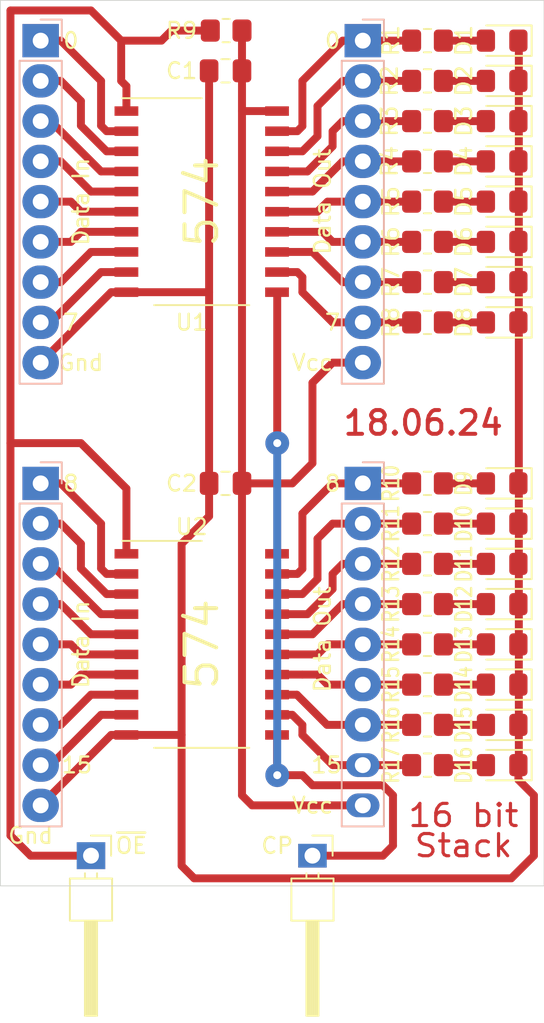
<source format=kicad_pcb>
(kicad_pcb (version 20171130) (host pcbnew "(5.1.8)-1")

  (general
    (thickness 1.6)
    (drawings 27)
    (tracks 206)
    (zones 0)
    (modules 43)
    (nets 53)
  )

  (page A4 portrait)
  (layers
    (0 F.Cu signal)
    (31 B.Cu signal)
    (32 B.Adhes user)
    (33 F.Adhes user)
    (34 B.Paste user)
    (35 F.Paste user)
    (36 B.SilkS user)
    (37 F.SilkS user)
    (38 B.Mask user)
    (39 F.Mask user)
    (40 Dwgs.User user)
    (41 Cmts.User user)
    (42 Eco1.User user)
    (43 Eco2.User user)
    (44 Edge.Cuts user)
    (45 Margin user)
    (46 B.CrtYd user)
    (47 F.CrtYd user)
    (48 B.Fab user)
    (49 F.Fab user)
  )

  (setup
    (last_trace_width 0.5)
    (user_trace_width 0.5)
    (user_trace_width 0.6)
    (trace_clearance 0.2)
    (zone_clearance 0.508)
    (zone_45_only no)
    (trace_min 0.2)
    (via_size 0.8)
    (via_drill 0.4)
    (via_min_size 0.4)
    (via_min_drill 0.3)
    (user_via 1.5 0.5)
    (uvia_size 0.3)
    (uvia_drill 0.1)
    (uvias_allowed no)
    (uvia_min_size 0.2)
    (uvia_min_drill 0.1)
    (edge_width 0.05)
    (segment_width 0.2)
    (pcb_text_width 0.3)
    (pcb_text_size 1.5 1.5)
    (mod_edge_width 0.12)
    (mod_text_size 1 1)
    (mod_text_width 0.15)
    (pad_size 1.7 1.8)
    (pad_drill 1)
    (pad_to_mask_clearance 0)
    (aux_axis_origin 0 0)
    (visible_elements 7FFFFFFF)
    (pcbplotparams
      (layerselection 0x010fc_ffffffff)
      (usegerberextensions false)
      (usegerberattributes true)
      (usegerberadvancedattributes true)
      (creategerberjobfile false)
      (excludeedgelayer true)
      (linewidth 0.100000)
      (plotframeref false)
      (viasonmask false)
      (mode 1)
      (useauxorigin false)
      (hpglpennumber 1)
      (hpglpenspeed 20)
      (hpglpendiameter 15.000000)
      (psnegative false)
      (psa4output false)
      (plotreference true)
      (plotvalue true)
      (plotinvisibletext false)
      (padsonsilk false)
      (subtractmaskfromsilk false)
      (outputformat 1)
      (mirror false)
      (drillshape 0)
      (scaleselection 1)
      (outputdirectory "gerber/"))
  )

  (net 0 "")
  (net 1 VCC)
  (net 2 GND)
  (net 3 "Net-(D1-Pad2)")
  (net 4 "Net-(D2-Pad2)")
  (net 5 "Net-(D3-Pad2)")
  (net 6 "Net-(D4-Pad2)")
  (net 7 "Net-(D5-Pad2)")
  (net 8 "Net-(D6-Pad2)")
  (net 9 "Net-(D7-Pad2)")
  (net 10 "Net-(D8-Pad2)")
  (net 11 /Q7)
  (net 12 /Q6)
  (net 13 /Q5)
  (net 14 /Q4)
  (net 15 /Q3)
  (net 16 /Q2)
  (net 17 /Q1)
  (net 18 /Q0)
  (net 19 /D0)
  (net 20 "Net-(J2-Pad2)")
  (net 21 "Net-(J2-Pad3)")
  (net 22 "Net-(J2-Pad4)")
  (net 23 "Net-(J2-Pad5)")
  (net 24 "Net-(J2-Pad6)")
  (net 25 "Net-(J2-Pad7)")
  (net 26 /CP)
  (net 27 /~OE)
  (net 28 /D7)
  (net 29 "Net-(D9-Pad2)")
  (net 30 "Net-(D10-Pad2)")
  (net 31 "Net-(D11-Pad2)")
  (net 32 "Net-(D12-Pad2)")
  (net 33 "Net-(D13-Pad2)")
  (net 34 "Net-(D14-Pad2)")
  (net 35 "Net-(D15-Pad2)")
  (net 36 "Net-(D16-Pad2)")
  (net 37 /D15)
  (net 38 "Net-(J5-Pad7)")
  (net 39 "Net-(J5-Pad6)")
  (net 40 "Net-(J5-Pad5)")
  (net 41 "Net-(J5-Pad4)")
  (net 42 "Net-(J5-Pad3)")
  (net 43 "Net-(J5-Pad2)")
  (net 44 /D8)
  (net 45 /Q15)
  (net 46 /Q14)
  (net 47 /Q13)
  (net 48 /Q12)
  (net 49 /Q11)
  (net 50 /Q10)
  (net 51 /Q9)
  (net 52 /Q8)

  (net_class Default "This is the default net class."
    (clearance 0.2)
    (trace_width 0.25)
    (via_dia 0.8)
    (via_drill 0.4)
    (uvia_dia 0.3)
    (uvia_drill 0.1)
    (add_net /CP)
    (add_net /D0)
    (add_net /D15)
    (add_net /D7)
    (add_net /D8)
    (add_net /Q0)
    (add_net /Q1)
    (add_net /Q10)
    (add_net /Q11)
    (add_net /Q12)
    (add_net /Q13)
    (add_net /Q14)
    (add_net /Q15)
    (add_net /Q2)
    (add_net /Q3)
    (add_net /Q4)
    (add_net /Q5)
    (add_net /Q6)
    (add_net /Q7)
    (add_net /Q8)
    (add_net /Q9)
    (add_net /~OE)
    (add_net GND)
    (add_net "Net-(D1-Pad2)")
    (add_net "Net-(D10-Pad2)")
    (add_net "Net-(D11-Pad2)")
    (add_net "Net-(D12-Pad2)")
    (add_net "Net-(D13-Pad2)")
    (add_net "Net-(D14-Pad2)")
    (add_net "Net-(D15-Pad2)")
    (add_net "Net-(D16-Pad2)")
    (add_net "Net-(D2-Pad2)")
    (add_net "Net-(D3-Pad2)")
    (add_net "Net-(D4-Pad2)")
    (add_net "Net-(D5-Pad2)")
    (add_net "Net-(D6-Pad2)")
    (add_net "Net-(D7-Pad2)")
    (add_net "Net-(D8-Pad2)")
    (add_net "Net-(D9-Pad2)")
    (add_net "Net-(J2-Pad2)")
    (add_net "Net-(J2-Pad3)")
    (add_net "Net-(J2-Pad4)")
    (add_net "Net-(J2-Pad5)")
    (add_net "Net-(J2-Pad6)")
    (add_net "Net-(J2-Pad7)")
    (add_net "Net-(J5-Pad2)")
    (add_net "Net-(J5-Pad3)")
    (add_net "Net-(J5-Pad4)")
    (add_net "Net-(J5-Pad5)")
    (add_net "Net-(J5-Pad6)")
    (add_net "Net-(J5-Pad7)")
    (add_net VCC)
  )

  (module Package_SO:SO-20_12.8x7.5mm_P1.27mm (layer F.Cu) (tedit 5A02F2D3) (tstamp 66514729)
    (at 60.96 66.04)
    (descr "SO-20, 12.8x7.5mm, https://www.nxp.com/docs/en/data-sheet/SA605.pdf")
    (tags "S0-20 ")
    (path /66519BC7)
    (attr smd)
    (fp_text reference U2 (at -0.635 -7.42) (layer F.SilkS)
      (effects (font (size 1 1) (thickness 0.15)))
    )
    (fp_text value 74LS574 (at 0 7.99) (layer F.Fab)
      (effects (font (size 1 1) (thickness 0.15)))
    )
    (fp_line (start -5.7 6.7) (end -5.7 -6.7) (layer F.CrtYd) (width 0.05))
    (fp_line (start 5.7 6.7) (end -5.7 6.7) (layer F.CrtYd) (width 0.05))
    (fp_line (start 5.7 -6.7) (end 5.7 6.7) (layer F.CrtYd) (width 0.05))
    (fp_line (start -5.7 -6.7) (end 5.7 -6.7) (layer F.CrtYd) (width 0.05))
    (fp_line (start -5 -6.53) (end 0 -6.53) (layer F.SilkS) (width 0.12))
    (fp_line (start -3 6.53) (end 3 6.53) (layer F.SilkS) (width 0.12))
    (fp_line (start -2.2 -5.4) (end -1.2 -6.4) (layer F.Fab) (width 0.1))
    (fp_line (start -2.2 6.4) (end -2.2 -5.4) (layer F.Fab) (width 0.1))
    (fp_line (start 2.2 6.4) (end -2.2 6.4) (layer F.Fab) (width 0.1))
    (fp_line (start 2.2 -6.4) (end 2.2 6.4) (layer F.Fab) (width 0.1))
    (fp_line (start -1.2 -6.4) (end 2.2 -6.4) (layer F.Fab) (width 0.1))
    (fp_text user %R (at 0 0) (layer F.Fab)
      (effects (font (size 1 1) (thickness 0.15)))
    )
    (pad 20 smd rect (at 4.75 -5.715) (size 1.5 0.6) (layers F.Cu F.Paste F.Mask)
      (net 1 VCC))
    (pad 19 smd rect (at 4.75 -4.445) (size 1.5 0.6) (layers F.Cu F.Paste F.Mask)
      (net 52 /Q8))
    (pad 18 smd rect (at 4.75 -3.175) (size 1.5 0.6) (layers F.Cu F.Paste F.Mask)
      (net 51 /Q9))
    (pad 17 smd rect (at 4.75 -1.905) (size 1.5 0.6) (layers F.Cu F.Paste F.Mask)
      (net 50 /Q10))
    (pad 16 smd rect (at 4.75 -0.635) (size 1.5 0.6) (layers F.Cu F.Paste F.Mask)
      (net 49 /Q11))
    (pad 15 smd rect (at 4.75 0.635) (size 1.5 0.6) (layers F.Cu F.Paste F.Mask)
      (net 48 /Q12))
    (pad 14 smd rect (at 4.75 1.905) (size 1.5 0.6) (layers F.Cu F.Paste F.Mask)
      (net 47 /Q13))
    (pad 13 smd rect (at 4.75 3.175) (size 1.5 0.6) (layers F.Cu F.Paste F.Mask)
      (net 46 /Q14))
    (pad 12 smd rect (at 4.75 4.445) (size 1.5 0.6) (layers F.Cu F.Paste F.Mask)
      (net 45 /Q15))
    (pad 11 smd rect (at 4.75 5.715) (size 1.5 0.6) (layers F.Cu F.Paste F.Mask)
      (net 26 /CP))
    (pad 10 smd rect (at -4.75 5.715) (size 1.5 0.6) (layers F.Cu F.Paste F.Mask)
      (net 2 GND))
    (pad 9 smd rect (at -4.75 4.445) (size 1.5 0.6) (layers F.Cu F.Paste F.Mask)
      (net 37 /D15))
    (pad 8 smd rect (at -4.75 3.175) (size 1.5 0.6) (layers F.Cu F.Paste F.Mask)
      (net 38 "Net-(J5-Pad7)"))
    (pad 7 smd rect (at -4.75 1.905) (size 1.5 0.6) (layers F.Cu F.Paste F.Mask)
      (net 39 "Net-(J5-Pad6)"))
    (pad 1 smd rect (at -4.75 -5.715) (size 1.5 0.6) (layers F.Cu F.Paste F.Mask)
      (net 27 /~OE))
    (pad 2 smd rect (at -4.75 -4.445) (size 1.5 0.6) (layers F.Cu F.Paste F.Mask)
      (net 44 /D8))
    (pad 3 smd rect (at -4.75 -3.175) (size 1.5 0.6) (layers F.Cu F.Paste F.Mask)
      (net 43 "Net-(J5-Pad2)"))
    (pad 4 smd rect (at -4.75 -1.905) (size 1.5 0.6) (layers F.Cu F.Paste F.Mask)
      (net 42 "Net-(J5-Pad3)"))
    (pad 5 smd rect (at -4.75 -0.635) (size 1.5 0.6) (layers F.Cu F.Paste F.Mask)
      (net 41 "Net-(J5-Pad4)"))
    (pad 6 smd rect (at -4.75 0.635) (size 1.5 0.6) (layers F.Cu F.Paste F.Mask)
      (net 40 "Net-(J5-Pad5)"))
    (model ${KISYS3DMOD}/Package_SO.3dshapes/SO-20_12.8x7.5mm_P1.27mm.wrl
      (at (xyz 0 0 0))
      (scale (xyz 1 1 1))
      (rotate (xyz 0 0 0))
    )
  )

  (module Resistor_SMD:R_0805_2012Metric_Pad1.20x1.40mm_HandSolder (layer F.Cu) (tedit 5F68FEEE) (tstamp 665146BF)
    (at 75.2 73.66 180)
    (descr "Resistor SMD 0805 (2012 Metric), square (rectangular) end terminal, IPC_7351 nominal with elongated pad for handsoldering. (Body size source: IPC-SM-782 page 72, https://www.pcb-3d.com/wordpress/wp-content/uploads/ipc-sm-782a_amendment_1_and_2.pdf), generated with kicad-footprint-generator")
    (tags "resistor handsolder")
    (path /66519C81)
    (attr smd)
    (fp_text reference R17 (at 2.302 0 90) (layer F.SilkS)
      (effects (font (size 1 0.8) (thickness 0.15)))
    )
    (fp_text value 1k (at 0 1.65) (layer F.Fab)
      (effects (font (size 1 1) (thickness 0.15)))
    )
    (fp_line (start 1.85 0.95) (end -1.85 0.95) (layer F.CrtYd) (width 0.05))
    (fp_line (start 1.85 -0.95) (end 1.85 0.95) (layer F.CrtYd) (width 0.05))
    (fp_line (start -1.85 -0.95) (end 1.85 -0.95) (layer F.CrtYd) (width 0.05))
    (fp_line (start -1.85 0.95) (end -1.85 -0.95) (layer F.CrtYd) (width 0.05))
    (fp_line (start -0.227064 0.735) (end 0.227064 0.735) (layer F.SilkS) (width 0.12))
    (fp_line (start -0.227064 -0.735) (end 0.227064 -0.735) (layer F.SilkS) (width 0.12))
    (fp_line (start 1 0.625) (end -1 0.625) (layer F.Fab) (width 0.1))
    (fp_line (start 1 -0.625) (end 1 0.625) (layer F.Fab) (width 0.1))
    (fp_line (start -1 -0.625) (end 1 -0.625) (layer F.Fab) (width 0.1))
    (fp_line (start -1 0.625) (end -1 -0.625) (layer F.Fab) (width 0.1))
    (fp_text user %R (at 0 0) (layer F.Fab)
      (effects (font (size 0.5 0.5) (thickness 0.08)))
    )
    (pad 2 smd roundrect (at 1 0 180) (size 1.2 1.4) (layers F.Cu F.Paste F.Mask) (roundrect_rratio 0.208333)
      (net 45 /Q15))
    (pad 1 smd roundrect (at -1 0 180) (size 1.2 1.4) (layers F.Cu F.Paste F.Mask) (roundrect_rratio 0.208333)
      (net 36 "Net-(D16-Pad2)"))
    (model ${KISYS3DMOD}/Resistor_SMD.3dshapes/R_0805_2012Metric.wrl
      (at (xyz 0 0 0))
      (scale (xyz 1 1 1))
      (rotate (xyz 0 0 0))
    )
  )

  (module Resistor_SMD:R_0805_2012Metric_Pad1.20x1.40mm_HandSolder (layer F.Cu) (tedit 5F68FEEE) (tstamp 665146AE)
    (at 75.2 71.12 180)
    (descr "Resistor SMD 0805 (2012 Metric), square (rectangular) end terminal, IPC_7351 nominal with elongated pad for handsoldering. (Body size source: IPC-SM-782 page 72, https://www.pcb-3d.com/wordpress/wp-content/uploads/ipc-sm-782a_amendment_1_and_2.pdf), generated with kicad-footprint-generator")
    (tags "resistor handsolder")
    (path /66519C6F)
    (attr smd)
    (fp_text reference R16 (at 2.302 0 90) (layer F.SilkS)
      (effects (font (size 1 0.8) (thickness 0.15)))
    )
    (fp_text value 1k (at 0 1.65) (layer F.Fab)
      (effects (font (size 1 1) (thickness 0.15)))
    )
    (fp_line (start 1.85 0.95) (end -1.85 0.95) (layer F.CrtYd) (width 0.05))
    (fp_line (start 1.85 -0.95) (end 1.85 0.95) (layer F.CrtYd) (width 0.05))
    (fp_line (start -1.85 -0.95) (end 1.85 -0.95) (layer F.CrtYd) (width 0.05))
    (fp_line (start -1.85 0.95) (end -1.85 -0.95) (layer F.CrtYd) (width 0.05))
    (fp_line (start -0.227064 0.735) (end 0.227064 0.735) (layer F.SilkS) (width 0.12))
    (fp_line (start -0.227064 -0.735) (end 0.227064 -0.735) (layer F.SilkS) (width 0.12))
    (fp_line (start 1 0.625) (end -1 0.625) (layer F.Fab) (width 0.1))
    (fp_line (start 1 -0.625) (end 1 0.625) (layer F.Fab) (width 0.1))
    (fp_line (start -1 -0.625) (end 1 -0.625) (layer F.Fab) (width 0.1))
    (fp_line (start -1 0.625) (end -1 -0.625) (layer F.Fab) (width 0.1))
    (fp_text user %R (at 0 0) (layer F.Fab)
      (effects (font (size 0.5 0.5) (thickness 0.08)))
    )
    (pad 2 smd roundrect (at 1 0 180) (size 1.2 1.4) (layers F.Cu F.Paste F.Mask) (roundrect_rratio 0.208333)
      (net 46 /Q14))
    (pad 1 smd roundrect (at -1 0 180) (size 1.2 1.4) (layers F.Cu F.Paste F.Mask) (roundrect_rratio 0.208333)
      (net 35 "Net-(D15-Pad2)"))
    (model ${KISYS3DMOD}/Resistor_SMD.3dshapes/R_0805_2012Metric.wrl
      (at (xyz 0 0 0))
      (scale (xyz 1 1 1))
      (rotate (xyz 0 0 0))
    )
  )

  (module Resistor_SMD:R_0805_2012Metric_Pad1.20x1.40mm_HandSolder (layer F.Cu) (tedit 5F68FEEE) (tstamp 6651469D)
    (at 75.2 68.58 180)
    (descr "Resistor SMD 0805 (2012 Metric), square (rectangular) end terminal, IPC_7351 nominal with elongated pad for handsoldering. (Body size source: IPC-SM-782 page 72, https://www.pcb-3d.com/wordpress/wp-content/uploads/ipc-sm-782a_amendment_1_and_2.pdf), generated with kicad-footprint-generator")
    (tags "resistor handsolder")
    (path /66519C5D)
    (attr smd)
    (fp_text reference R15 (at 2.302 0 90) (layer F.SilkS)
      (effects (font (size 1 0.8) (thickness 0.15)))
    )
    (fp_text value 1k (at 0 1.65) (layer F.Fab)
      (effects (font (size 1 1) (thickness 0.15)))
    )
    (fp_line (start 1.85 0.95) (end -1.85 0.95) (layer F.CrtYd) (width 0.05))
    (fp_line (start 1.85 -0.95) (end 1.85 0.95) (layer F.CrtYd) (width 0.05))
    (fp_line (start -1.85 -0.95) (end 1.85 -0.95) (layer F.CrtYd) (width 0.05))
    (fp_line (start -1.85 0.95) (end -1.85 -0.95) (layer F.CrtYd) (width 0.05))
    (fp_line (start -0.227064 0.735) (end 0.227064 0.735) (layer F.SilkS) (width 0.12))
    (fp_line (start -0.227064 -0.735) (end 0.227064 -0.735) (layer F.SilkS) (width 0.12))
    (fp_line (start 1 0.625) (end -1 0.625) (layer F.Fab) (width 0.1))
    (fp_line (start 1 -0.625) (end 1 0.625) (layer F.Fab) (width 0.1))
    (fp_line (start -1 -0.625) (end 1 -0.625) (layer F.Fab) (width 0.1))
    (fp_line (start -1 0.625) (end -1 -0.625) (layer F.Fab) (width 0.1))
    (fp_text user %R (at 0 0) (layer F.Fab)
      (effects (font (size 0.5 0.5) (thickness 0.08)))
    )
    (pad 2 smd roundrect (at 1 0 180) (size 1.2 1.4) (layers F.Cu F.Paste F.Mask) (roundrect_rratio 0.208333)
      (net 47 /Q13))
    (pad 1 smd roundrect (at -1 0 180) (size 1.2 1.4) (layers F.Cu F.Paste F.Mask) (roundrect_rratio 0.208333)
      (net 34 "Net-(D14-Pad2)"))
    (model ${KISYS3DMOD}/Resistor_SMD.3dshapes/R_0805_2012Metric.wrl
      (at (xyz 0 0 0))
      (scale (xyz 1 1 1))
      (rotate (xyz 0 0 0))
    )
  )

  (module Resistor_SMD:R_0805_2012Metric_Pad1.20x1.40mm_HandSolder (layer F.Cu) (tedit 5F68FEEE) (tstamp 6651468C)
    (at 75.2 66.04 180)
    (descr "Resistor SMD 0805 (2012 Metric), square (rectangular) end terminal, IPC_7351 nominal with elongated pad for handsoldering. (Body size source: IPC-SM-782 page 72, https://www.pcb-3d.com/wordpress/wp-content/uploads/ipc-sm-782a_amendment_1_and_2.pdf), generated with kicad-footprint-generator")
    (tags "resistor handsolder")
    (path /66519C4B)
    (attr smd)
    (fp_text reference R14 (at 2.302 0 90) (layer F.SilkS)
      (effects (font (size 1 0.8) (thickness 0.15)))
    )
    (fp_text value 1k (at 0 1.65) (layer F.Fab)
      (effects (font (size 1 1) (thickness 0.15)))
    )
    (fp_line (start 1.85 0.95) (end -1.85 0.95) (layer F.CrtYd) (width 0.05))
    (fp_line (start 1.85 -0.95) (end 1.85 0.95) (layer F.CrtYd) (width 0.05))
    (fp_line (start -1.85 -0.95) (end 1.85 -0.95) (layer F.CrtYd) (width 0.05))
    (fp_line (start -1.85 0.95) (end -1.85 -0.95) (layer F.CrtYd) (width 0.05))
    (fp_line (start -0.227064 0.735) (end 0.227064 0.735) (layer F.SilkS) (width 0.12))
    (fp_line (start -0.227064 -0.735) (end 0.227064 -0.735) (layer F.SilkS) (width 0.12))
    (fp_line (start 1 0.625) (end -1 0.625) (layer F.Fab) (width 0.1))
    (fp_line (start 1 -0.625) (end 1 0.625) (layer F.Fab) (width 0.1))
    (fp_line (start -1 -0.625) (end 1 -0.625) (layer F.Fab) (width 0.1))
    (fp_line (start -1 0.625) (end -1 -0.625) (layer F.Fab) (width 0.1))
    (fp_text user %R (at 0 0) (layer F.Fab)
      (effects (font (size 0.5 0.5) (thickness 0.08)))
    )
    (pad 2 smd roundrect (at 1 0 180) (size 1.2 1.4) (layers F.Cu F.Paste F.Mask) (roundrect_rratio 0.208333)
      (net 48 /Q12))
    (pad 1 smd roundrect (at -1 0 180) (size 1.2 1.4) (layers F.Cu F.Paste F.Mask) (roundrect_rratio 0.208333)
      (net 33 "Net-(D13-Pad2)"))
    (model ${KISYS3DMOD}/Resistor_SMD.3dshapes/R_0805_2012Metric.wrl
      (at (xyz 0 0 0))
      (scale (xyz 1 1 1))
      (rotate (xyz 0 0 0))
    )
  )

  (module Resistor_SMD:R_0805_2012Metric_Pad1.20x1.40mm_HandSolder (layer F.Cu) (tedit 5F68FEEE) (tstamp 6651467B)
    (at 75.2 63.5 180)
    (descr "Resistor SMD 0805 (2012 Metric), square (rectangular) end terminal, IPC_7351 nominal with elongated pad for handsoldering. (Body size source: IPC-SM-782 page 72, https://www.pcb-3d.com/wordpress/wp-content/uploads/ipc-sm-782a_amendment_1_and_2.pdf), generated with kicad-footprint-generator")
    (tags "resistor handsolder")
    (path /66519C39)
    (attr smd)
    (fp_text reference R13 (at 2.302 0 90) (layer F.SilkS)
      (effects (font (size 1 0.8) (thickness 0.15)))
    )
    (fp_text value 1k (at 0 1.65) (layer F.Fab)
      (effects (font (size 1 1) (thickness 0.15)))
    )
    (fp_line (start 1.85 0.95) (end -1.85 0.95) (layer F.CrtYd) (width 0.05))
    (fp_line (start 1.85 -0.95) (end 1.85 0.95) (layer F.CrtYd) (width 0.05))
    (fp_line (start -1.85 -0.95) (end 1.85 -0.95) (layer F.CrtYd) (width 0.05))
    (fp_line (start -1.85 0.95) (end -1.85 -0.95) (layer F.CrtYd) (width 0.05))
    (fp_line (start -0.227064 0.735) (end 0.227064 0.735) (layer F.SilkS) (width 0.12))
    (fp_line (start -0.227064 -0.735) (end 0.227064 -0.735) (layer F.SilkS) (width 0.12))
    (fp_line (start 1 0.625) (end -1 0.625) (layer F.Fab) (width 0.1))
    (fp_line (start 1 -0.625) (end 1 0.625) (layer F.Fab) (width 0.1))
    (fp_line (start -1 -0.625) (end 1 -0.625) (layer F.Fab) (width 0.1))
    (fp_line (start -1 0.625) (end -1 -0.625) (layer F.Fab) (width 0.1))
    (fp_text user %R (at 0 0) (layer F.Fab)
      (effects (font (size 0.5 0.5) (thickness 0.08)))
    )
    (pad 2 smd roundrect (at 1 0 180) (size 1.2 1.4) (layers F.Cu F.Paste F.Mask) (roundrect_rratio 0.208333)
      (net 49 /Q11))
    (pad 1 smd roundrect (at -1 0 180) (size 1.2 1.4) (layers F.Cu F.Paste F.Mask) (roundrect_rratio 0.208333)
      (net 32 "Net-(D12-Pad2)"))
    (model ${KISYS3DMOD}/Resistor_SMD.3dshapes/R_0805_2012Metric.wrl
      (at (xyz 0 0 0))
      (scale (xyz 1 1 1))
      (rotate (xyz 0 0 0))
    )
  )

  (module Resistor_SMD:R_0805_2012Metric_Pad1.20x1.40mm_HandSolder (layer F.Cu) (tedit 5F68FEEE) (tstamp 6651466A)
    (at 75.2 60.96 180)
    (descr "Resistor SMD 0805 (2012 Metric), square (rectangular) end terminal, IPC_7351 nominal with elongated pad for handsoldering. (Body size source: IPC-SM-782 page 72, https://www.pcb-3d.com/wordpress/wp-content/uploads/ipc-sm-782a_amendment_1_and_2.pdf), generated with kicad-footprint-generator")
    (tags "resistor handsolder")
    (path /66519C27)
    (attr smd)
    (fp_text reference R12 (at 2.302 0 90) (layer F.SilkS)
      (effects (font (size 1 0.8) (thickness 0.15)))
    )
    (fp_text value 1k (at 0 1.65) (layer F.Fab)
      (effects (font (size 1 1) (thickness 0.15)))
    )
    (fp_line (start 1.85 0.95) (end -1.85 0.95) (layer F.CrtYd) (width 0.05))
    (fp_line (start 1.85 -0.95) (end 1.85 0.95) (layer F.CrtYd) (width 0.05))
    (fp_line (start -1.85 -0.95) (end 1.85 -0.95) (layer F.CrtYd) (width 0.05))
    (fp_line (start -1.85 0.95) (end -1.85 -0.95) (layer F.CrtYd) (width 0.05))
    (fp_line (start -0.227064 0.735) (end 0.227064 0.735) (layer F.SilkS) (width 0.12))
    (fp_line (start -0.227064 -0.735) (end 0.227064 -0.735) (layer F.SilkS) (width 0.12))
    (fp_line (start 1 0.625) (end -1 0.625) (layer F.Fab) (width 0.1))
    (fp_line (start 1 -0.625) (end 1 0.625) (layer F.Fab) (width 0.1))
    (fp_line (start -1 -0.625) (end 1 -0.625) (layer F.Fab) (width 0.1))
    (fp_line (start -1 0.625) (end -1 -0.625) (layer F.Fab) (width 0.1))
    (fp_text user %R (at 0 0) (layer F.Fab)
      (effects (font (size 0.5 0.5) (thickness 0.08)))
    )
    (pad 2 smd roundrect (at 1 0 180) (size 1.2 1.4) (layers F.Cu F.Paste F.Mask) (roundrect_rratio 0.208333)
      (net 50 /Q10))
    (pad 1 smd roundrect (at -1 0 180) (size 1.2 1.4) (layers F.Cu F.Paste F.Mask) (roundrect_rratio 0.208333)
      (net 31 "Net-(D11-Pad2)"))
    (model ${KISYS3DMOD}/Resistor_SMD.3dshapes/R_0805_2012Metric.wrl
      (at (xyz 0 0 0))
      (scale (xyz 1 1 1))
      (rotate (xyz 0 0 0))
    )
  )

  (module Resistor_SMD:R_0805_2012Metric_Pad1.20x1.40mm_HandSolder (layer F.Cu) (tedit 5F68FEEE) (tstamp 66514659)
    (at 75.2 58.42 180)
    (descr "Resistor SMD 0805 (2012 Metric), square (rectangular) end terminal, IPC_7351 nominal with elongated pad for handsoldering. (Body size source: IPC-SM-782 page 72, https://www.pcb-3d.com/wordpress/wp-content/uploads/ipc-sm-782a_amendment_1_and_2.pdf), generated with kicad-footprint-generator")
    (tags "resistor handsolder")
    (path /66519C15)
    (attr smd)
    (fp_text reference R11 (at 2.302 0 90) (layer F.SilkS)
      (effects (font (size 1 0.8) (thickness 0.15)))
    )
    (fp_text value 1k (at 0 1.65) (layer F.Fab)
      (effects (font (size 1 1) (thickness 0.15)))
    )
    (fp_line (start 1.85 0.95) (end -1.85 0.95) (layer F.CrtYd) (width 0.05))
    (fp_line (start 1.85 -0.95) (end 1.85 0.95) (layer F.CrtYd) (width 0.05))
    (fp_line (start -1.85 -0.95) (end 1.85 -0.95) (layer F.CrtYd) (width 0.05))
    (fp_line (start -1.85 0.95) (end -1.85 -0.95) (layer F.CrtYd) (width 0.05))
    (fp_line (start -0.227064 0.735) (end 0.227064 0.735) (layer F.SilkS) (width 0.12))
    (fp_line (start -0.227064 -0.735) (end 0.227064 -0.735) (layer F.SilkS) (width 0.12))
    (fp_line (start 1 0.625) (end -1 0.625) (layer F.Fab) (width 0.1))
    (fp_line (start 1 -0.625) (end 1 0.625) (layer F.Fab) (width 0.1))
    (fp_line (start -1 -0.625) (end 1 -0.625) (layer F.Fab) (width 0.1))
    (fp_line (start -1 0.625) (end -1 -0.625) (layer F.Fab) (width 0.1))
    (fp_text user %R (at 0 0) (layer F.Fab)
      (effects (font (size 0.5 0.5) (thickness 0.08)))
    )
    (pad 2 smd roundrect (at 1 0 180) (size 1.2 1.4) (layers F.Cu F.Paste F.Mask) (roundrect_rratio 0.208333)
      (net 51 /Q9))
    (pad 1 smd roundrect (at -1 0 180) (size 1.2 1.4) (layers F.Cu F.Paste F.Mask) (roundrect_rratio 0.208333)
      (net 30 "Net-(D10-Pad2)"))
    (model ${KISYS3DMOD}/Resistor_SMD.3dshapes/R_0805_2012Metric.wrl
      (at (xyz 0 0 0))
      (scale (xyz 1 1 1))
      (rotate (xyz 0 0 0))
    )
  )

  (module Resistor_SMD:R_0805_2012Metric_Pad1.20x1.40mm_HandSolder (layer F.Cu) (tedit 5F68FEEE) (tstamp 66514648)
    (at 75.2 55.88 180)
    (descr "Resistor SMD 0805 (2012 Metric), square (rectangular) end terminal, IPC_7351 nominal with elongated pad for handsoldering. (Body size source: IPC-SM-782 page 72, https://www.pcb-3d.com/wordpress/wp-content/uploads/ipc-sm-782a_amendment_1_and_2.pdf), generated with kicad-footprint-generator")
    (tags "resistor handsolder")
    (path /66519BE7)
    (attr smd)
    (fp_text reference R10 (at 2.302 0 90) (layer F.SilkS)
      (effects (font (size 1 0.8) (thickness 0.15)))
    )
    (fp_text value 1k (at 0 1.65) (layer F.Fab)
      (effects (font (size 1 1) (thickness 0.15)))
    )
    (fp_line (start 1.85 0.95) (end -1.85 0.95) (layer F.CrtYd) (width 0.05))
    (fp_line (start 1.85 -0.95) (end 1.85 0.95) (layer F.CrtYd) (width 0.05))
    (fp_line (start -1.85 -0.95) (end 1.85 -0.95) (layer F.CrtYd) (width 0.05))
    (fp_line (start -1.85 0.95) (end -1.85 -0.95) (layer F.CrtYd) (width 0.05))
    (fp_line (start -0.227064 0.735) (end 0.227064 0.735) (layer F.SilkS) (width 0.12))
    (fp_line (start -0.227064 -0.735) (end 0.227064 -0.735) (layer F.SilkS) (width 0.12))
    (fp_line (start 1 0.625) (end -1 0.625) (layer F.Fab) (width 0.1))
    (fp_line (start 1 -0.625) (end 1 0.625) (layer F.Fab) (width 0.1))
    (fp_line (start -1 -0.625) (end 1 -0.625) (layer F.Fab) (width 0.1))
    (fp_line (start -1 0.625) (end -1 -0.625) (layer F.Fab) (width 0.1))
    (fp_text user %R (at 0 0) (layer F.Fab)
      (effects (font (size 0.5 0.5) (thickness 0.08)))
    )
    (pad 2 smd roundrect (at 1 0 180) (size 1.2 1.4) (layers F.Cu F.Paste F.Mask) (roundrect_rratio 0.208333)
      (net 52 /Q8))
    (pad 1 smd roundrect (at -1 0 180) (size 1.2 1.4) (layers F.Cu F.Paste F.Mask) (roundrect_rratio 0.208333)
      (net 29 "Net-(D9-Pad2)"))
    (model ${KISYS3DMOD}/Resistor_SMD.3dshapes/R_0805_2012Metric.wrl
      (at (xyz 0 0 0))
      (scale (xyz 1 1 1))
      (rotate (xyz 0 0 0))
    )
  )

  (module Connector_PinHeader_2.54mm:PinHeader_1x09_P2.54mm_Vertical (layer B.Cu) (tedit 6671CD0B) (tstamp 66514517)
    (at 71.12 55.88 180)
    (descr "Through hole straight pin header, 1x09, 2.54mm pitch, single row")
    (tags "Through hole pin header THT 1x09 2.54mm single row")
    (path /66519BF3)
    (fp_text reference J6 (at 0 2.33) (layer B.SilkS) hide
      (effects (font (size 1 1) (thickness 0.15)) (justify mirror))
    )
    (fp_text value Conn_01x09_Male (at 2.54 -10.16 90) (layer B.Fab)
      (effects (font (size 1 1) (thickness 0.15)) (justify mirror))
    )
    (fp_line (start 1.8 1.8) (end -1.8 1.8) (layer B.CrtYd) (width 0.05))
    (fp_line (start 1.8 -22.1) (end 1.8 1.8) (layer B.CrtYd) (width 0.05))
    (fp_line (start -1.8 -22.1) (end 1.8 -22.1) (layer B.CrtYd) (width 0.05))
    (fp_line (start -1.8 1.8) (end -1.8 -22.1) (layer B.CrtYd) (width 0.05))
    (fp_line (start -1.33 1.33) (end 0 1.33) (layer B.SilkS) (width 0.12))
    (fp_line (start -1.33 0) (end -1.33 1.33) (layer B.SilkS) (width 0.12))
    (fp_line (start -1.33 -1.27) (end 1.33 -1.27) (layer B.SilkS) (width 0.12))
    (fp_line (start 1.33 -1.27) (end 1.33 -21.65) (layer B.SilkS) (width 0.12))
    (fp_line (start -1.33 -1.27) (end -1.33 -21.65) (layer B.SilkS) (width 0.12))
    (fp_line (start -1.33 -21.65) (end 1.33 -21.65) (layer B.SilkS) (width 0.12))
    (fp_line (start -1.27 0.635) (end -0.635 1.27) (layer B.Fab) (width 0.1))
    (fp_line (start -1.27 -21.59) (end -1.27 0.635) (layer B.Fab) (width 0.1))
    (fp_line (start 1.27 -21.59) (end -1.27 -21.59) (layer B.Fab) (width 0.1))
    (fp_line (start 1.27 1.27) (end 1.27 -21.59) (layer B.Fab) (width 0.1))
    (fp_line (start -0.635 1.27) (end 1.27 1.27) (layer B.Fab) (width 0.1))
    (fp_text user %R (at 0 -10.16 270) (layer B.Fab)
      (effects (font (size 1 1) (thickness 0.15)) (justify mirror))
    )
    (pad 9 thru_hole oval (at 0 -20.32 180) (size 2.1 1.5) (drill 1) (layers *.Cu *.Mask)
      (net 1 VCC))
    (pad 8 thru_hole oval (at 0 -17.78 180) (size 2.1 1.5) (drill 1) (layers *.Cu *.Mask)
      (net 45 /Q15))
    (pad 7 thru_hole oval (at 0 -15.24 180) (size 2.3 2.1) (drill 1) (layers *.Cu *.Mask)
      (net 46 /Q14))
    (pad 6 thru_hole oval (at 0 -12.7 180) (size 2.3 2.1) (drill 1) (layers *.Cu *.Mask)
      (net 47 /Q13))
    (pad 5 thru_hole oval (at 0 -10.16 180) (size 2.3 2.1) (drill 1) (layers *.Cu *.Mask)
      (net 48 /Q12))
    (pad 4 thru_hole oval (at 0 -7.62 180) (size 2.3 2.1) (drill 1) (layers *.Cu *.Mask)
      (net 49 /Q11))
    (pad 3 thru_hole oval (at 0 -5.08 180) (size 2.3 2.1) (drill 1) (layers *.Cu *.Mask)
      (net 50 /Q10))
    (pad 2 thru_hole oval (at 0 -2.54 180) (size 2.3 2.1) (drill 1) (layers *.Cu *.Mask)
      (net 51 /Q9))
    (pad 1 thru_hole rect (at 0 0 180) (size 2.3 2.1) (drill 1) (layers *.Cu *.Mask)
      (net 52 /Q8))
    (model ${KISYS3DMOD}/Connector_PinHeader_2.54mm.3dshapes/PinHeader_1x09_P2.54mm_Vertical.wrl
      (at (xyz 0 0 0))
      (scale (xyz 1 1 1))
      (rotate (xyz 0 0 0))
    )
  )

  (module Connector_PinHeader_2.54mm:PinHeader_1x09_P2.54mm_Vertical (layer B.Cu) (tedit 59FED5CC) (tstamp 665144FA)
    (at 50.8 55.88 180)
    (descr "Through hole straight pin header, 1x09, 2.54mm pitch, single row")
    (tags "Through hole pin header THT 1x09 2.54mm single row")
    (path /66519BF9)
    (fp_text reference J5 (at 0 2.33) (layer B.SilkS) hide
      (effects (font (size 1 1) (thickness 0.15)) (justify mirror))
    )
    (fp_text value Conn_01x09_Male (at -2.54 -10.16 90) (layer B.Fab)
      (effects (font (size 1 1) (thickness 0.15)) (justify mirror))
    )
    (fp_line (start 1.8 1.8) (end -1.8 1.8) (layer B.CrtYd) (width 0.05))
    (fp_line (start 1.8 -22.1) (end 1.8 1.8) (layer B.CrtYd) (width 0.05))
    (fp_line (start -1.8 -22.1) (end 1.8 -22.1) (layer B.CrtYd) (width 0.05))
    (fp_line (start -1.8 1.8) (end -1.8 -22.1) (layer B.CrtYd) (width 0.05))
    (fp_line (start -1.33 1.33) (end 0 1.33) (layer B.SilkS) (width 0.12))
    (fp_line (start -1.33 0) (end -1.33 1.33) (layer B.SilkS) (width 0.12))
    (fp_line (start -1.33 -1.27) (end 1.33 -1.27) (layer B.SilkS) (width 0.12))
    (fp_line (start 1.33 -1.27) (end 1.33 -21.65) (layer B.SilkS) (width 0.12))
    (fp_line (start -1.33 -1.27) (end -1.33 -21.65) (layer B.SilkS) (width 0.12))
    (fp_line (start -1.33 -21.65) (end 1.33 -21.65) (layer B.SilkS) (width 0.12))
    (fp_line (start -1.27 0.635) (end -0.635 1.27) (layer B.Fab) (width 0.1))
    (fp_line (start -1.27 -21.59) (end -1.27 0.635) (layer B.Fab) (width 0.1))
    (fp_line (start 1.27 -21.59) (end -1.27 -21.59) (layer B.Fab) (width 0.1))
    (fp_line (start 1.27 1.27) (end 1.27 -21.59) (layer B.Fab) (width 0.1))
    (fp_line (start -0.635 1.27) (end 1.27 1.27) (layer B.Fab) (width 0.1))
    (fp_text user %R (at 0 -10.16 270) (layer B.Fab)
      (effects (font (size 1 1) (thickness 0.15)) (justify mirror))
    )
    (pad 9 thru_hole oval (at 0 -20.32 180) (size 2.3 2.1) (drill 1) (layers *.Cu *.Mask)
      (net 2 GND))
    (pad 8 thru_hole oval (at 0 -17.78 180) (size 2.3 2.1) (drill 1) (layers *.Cu *.Mask)
      (net 37 /D15))
    (pad 7 thru_hole oval (at 0 -15.24 180) (size 2.3 2.1) (drill 1) (layers *.Cu *.Mask)
      (net 38 "Net-(J5-Pad7)"))
    (pad 6 thru_hole oval (at 0 -12.7 180) (size 2.3 2.1) (drill 1) (layers *.Cu *.Mask)
      (net 39 "Net-(J5-Pad6)"))
    (pad 5 thru_hole oval (at 0 -10.16 180) (size 2.3 2.1) (drill 1) (layers *.Cu *.Mask)
      (net 40 "Net-(J5-Pad5)"))
    (pad 4 thru_hole oval (at 0 -7.62 180) (size 2.3 2.1) (drill 1) (layers *.Cu *.Mask)
      (net 41 "Net-(J5-Pad4)"))
    (pad 3 thru_hole oval (at 0 -5.08 180) (size 2.3 2.1) (drill 1) (layers *.Cu *.Mask)
      (net 42 "Net-(J5-Pad3)"))
    (pad 2 thru_hole oval (at 0 -2.54 180) (size 2.3 2.1) (drill 1) (layers *.Cu *.Mask)
      (net 43 "Net-(J5-Pad2)"))
    (pad 1 thru_hole rect (at 0 0 180) (size 2.3 2.1) (drill 1) (layers *.Cu *.Mask)
      (net 44 /D8))
    (model ${KISYS3DMOD}/Connector_PinHeader_2.54mm.3dshapes/PinHeader_1x09_P2.54mm_Vertical.wrl
      (at (xyz 0 0 0))
      (scale (xyz 1 1 1))
      (rotate (xyz 0 0 0))
    )
  )

  (module LED_SMD:LED_0805_2012Metric_Pad1.15x1.40mm_HandSolder (layer F.Cu) (tedit 5F68FEF1) (tstamp 665143D9)
    (at 79.91 73.66 180)
    (descr "LED SMD 0805 (2012 Metric), square (rectangular) end terminal, IPC_7351 nominal, (Body size source: https://docs.google.com/spreadsheets/d/1BsfQQcO9C6DZCsRaXUlFlo91Tg2WpOkGARC1WS5S8t0/edit?usp=sharing), generated with kicad-footprint-generator")
    (tags "LED handsolder")
    (path /66519C87)
    (attr smd)
    (fp_text reference D16 (at 2.413 0 90) (layer F.SilkS)
      (effects (font (size 1 0.8) (thickness 0.15)))
    )
    (fp_text value LED (at 0 1.65) (layer F.Fab)
      (effects (font (size 1 1) (thickness 0.15)))
    )
    (fp_line (start 1.85 0.95) (end -1.85 0.95) (layer F.CrtYd) (width 0.05))
    (fp_line (start 1.85 -0.95) (end 1.85 0.95) (layer F.CrtYd) (width 0.05))
    (fp_line (start -1.85 -0.95) (end 1.85 -0.95) (layer F.CrtYd) (width 0.05))
    (fp_line (start -1.85 0.95) (end -1.85 -0.95) (layer F.CrtYd) (width 0.05))
    (fp_line (start -1.86 0.96) (end 1 0.96) (layer F.SilkS) (width 0.12))
    (fp_line (start -1.86 -0.96) (end -1.86 0.96) (layer F.SilkS) (width 0.12))
    (fp_line (start 1 -0.96) (end -1.86 -0.96) (layer F.SilkS) (width 0.12))
    (fp_line (start 1 0.6) (end 1 -0.6) (layer F.Fab) (width 0.1))
    (fp_line (start -1 0.6) (end 1 0.6) (layer F.Fab) (width 0.1))
    (fp_line (start -1 -0.3) (end -1 0.6) (layer F.Fab) (width 0.1))
    (fp_line (start -0.7 -0.6) (end -1 -0.3) (layer F.Fab) (width 0.1))
    (fp_line (start 1 -0.6) (end -0.7 -0.6) (layer F.Fab) (width 0.1))
    (fp_text user %R (at 0 0) (layer F.Fab)
      (effects (font (size 0.5 0.5) (thickness 0.08)))
    )
    (pad 2 smd roundrect (at 1.025 0 180) (size 1.15 1.4) (layers F.Cu F.Paste F.Mask) (roundrect_rratio 0.217391)
      (net 36 "Net-(D16-Pad2)"))
    (pad 1 smd roundrect (at -1.025 0 180) (size 1.15 1.4) (layers F.Cu F.Paste F.Mask) (roundrect_rratio 0.217391)
      (net 2 GND))
    (model ${KISYS3DMOD}/LED_SMD.3dshapes/LED_0805_2012Metric.wrl
      (at (xyz 0 0 0))
      (scale (xyz 1 1 1))
      (rotate (xyz 0 0 0))
    )
  )

  (module LED_SMD:LED_0805_2012Metric_Pad1.15x1.40mm_HandSolder (layer F.Cu) (tedit 5F68FEF1) (tstamp 665143C6)
    (at 79.91 71.12 180)
    (descr "LED SMD 0805 (2012 Metric), square (rectangular) end terminal, IPC_7351 nominal, (Body size source: https://docs.google.com/spreadsheets/d/1BsfQQcO9C6DZCsRaXUlFlo91Tg2WpOkGARC1WS5S8t0/edit?usp=sharing), generated with kicad-footprint-generator")
    (tags "LED handsolder")
    (path /66519C75)
    (attr smd)
    (fp_text reference D15 (at 2.413 0 90) (layer F.SilkS)
      (effects (font (size 1 0.8) (thickness 0.15)))
    )
    (fp_text value LED (at 0 1.65) (layer F.Fab)
      (effects (font (size 1 1) (thickness 0.15)))
    )
    (fp_line (start 1.85 0.95) (end -1.85 0.95) (layer F.CrtYd) (width 0.05))
    (fp_line (start 1.85 -0.95) (end 1.85 0.95) (layer F.CrtYd) (width 0.05))
    (fp_line (start -1.85 -0.95) (end 1.85 -0.95) (layer F.CrtYd) (width 0.05))
    (fp_line (start -1.85 0.95) (end -1.85 -0.95) (layer F.CrtYd) (width 0.05))
    (fp_line (start -1.86 0.96) (end 1 0.96) (layer F.SilkS) (width 0.12))
    (fp_line (start -1.86 -0.96) (end -1.86 0.96) (layer F.SilkS) (width 0.12))
    (fp_line (start 1 -0.96) (end -1.86 -0.96) (layer F.SilkS) (width 0.12))
    (fp_line (start 1 0.6) (end 1 -0.6) (layer F.Fab) (width 0.1))
    (fp_line (start -1 0.6) (end 1 0.6) (layer F.Fab) (width 0.1))
    (fp_line (start -1 -0.3) (end -1 0.6) (layer F.Fab) (width 0.1))
    (fp_line (start -0.7 -0.6) (end -1 -0.3) (layer F.Fab) (width 0.1))
    (fp_line (start 1 -0.6) (end -0.7 -0.6) (layer F.Fab) (width 0.1))
    (fp_text user %R (at 0 0) (layer F.Fab)
      (effects (font (size 0.5 0.5) (thickness 0.08)))
    )
    (pad 2 smd roundrect (at 1.025 0 180) (size 1.15 1.4) (layers F.Cu F.Paste F.Mask) (roundrect_rratio 0.217391)
      (net 35 "Net-(D15-Pad2)"))
    (pad 1 smd roundrect (at -1.025 0 180) (size 1.15 1.4) (layers F.Cu F.Paste F.Mask) (roundrect_rratio 0.217391)
      (net 2 GND))
    (model ${KISYS3DMOD}/LED_SMD.3dshapes/LED_0805_2012Metric.wrl
      (at (xyz 0 0 0))
      (scale (xyz 1 1 1))
      (rotate (xyz 0 0 0))
    )
  )

  (module LED_SMD:LED_0805_2012Metric_Pad1.15x1.40mm_HandSolder (layer F.Cu) (tedit 5F68FEF1) (tstamp 665143B3)
    (at 79.91 68.58 180)
    (descr "LED SMD 0805 (2012 Metric), square (rectangular) end terminal, IPC_7351 nominal, (Body size source: https://docs.google.com/spreadsheets/d/1BsfQQcO9C6DZCsRaXUlFlo91Tg2WpOkGARC1WS5S8t0/edit?usp=sharing), generated with kicad-footprint-generator")
    (tags "LED handsolder")
    (path /66519C63)
    (attr smd)
    (fp_text reference D14 (at 2.413 0 90) (layer F.SilkS)
      (effects (font (size 1 0.8) (thickness 0.15)))
    )
    (fp_text value LED (at 0 1.65) (layer F.Fab)
      (effects (font (size 1 1) (thickness 0.15)))
    )
    (fp_line (start 1.85 0.95) (end -1.85 0.95) (layer F.CrtYd) (width 0.05))
    (fp_line (start 1.85 -0.95) (end 1.85 0.95) (layer F.CrtYd) (width 0.05))
    (fp_line (start -1.85 -0.95) (end 1.85 -0.95) (layer F.CrtYd) (width 0.05))
    (fp_line (start -1.85 0.95) (end -1.85 -0.95) (layer F.CrtYd) (width 0.05))
    (fp_line (start -1.86 0.96) (end 1 0.96) (layer F.SilkS) (width 0.12))
    (fp_line (start -1.86 -0.96) (end -1.86 0.96) (layer F.SilkS) (width 0.12))
    (fp_line (start 1 -0.96) (end -1.86 -0.96) (layer F.SilkS) (width 0.12))
    (fp_line (start 1 0.6) (end 1 -0.6) (layer F.Fab) (width 0.1))
    (fp_line (start -1 0.6) (end 1 0.6) (layer F.Fab) (width 0.1))
    (fp_line (start -1 -0.3) (end -1 0.6) (layer F.Fab) (width 0.1))
    (fp_line (start -0.7 -0.6) (end -1 -0.3) (layer F.Fab) (width 0.1))
    (fp_line (start 1 -0.6) (end -0.7 -0.6) (layer F.Fab) (width 0.1))
    (fp_text user %R (at 0 0) (layer F.Fab)
      (effects (font (size 0.5 0.5) (thickness 0.08)))
    )
    (pad 2 smd roundrect (at 1.025 0 180) (size 1.15 1.4) (layers F.Cu F.Paste F.Mask) (roundrect_rratio 0.217391)
      (net 34 "Net-(D14-Pad2)"))
    (pad 1 smd roundrect (at -1.025 0 180) (size 1.15 1.4) (layers F.Cu F.Paste F.Mask) (roundrect_rratio 0.217391)
      (net 2 GND))
    (model ${KISYS3DMOD}/LED_SMD.3dshapes/LED_0805_2012Metric.wrl
      (at (xyz 0 0 0))
      (scale (xyz 1 1 1))
      (rotate (xyz 0 0 0))
    )
  )

  (module LED_SMD:LED_0805_2012Metric_Pad1.15x1.40mm_HandSolder (layer F.Cu) (tedit 5F68FEF1) (tstamp 665143A0)
    (at 79.91 66.04 180)
    (descr "LED SMD 0805 (2012 Metric), square (rectangular) end terminal, IPC_7351 nominal, (Body size source: https://docs.google.com/spreadsheets/d/1BsfQQcO9C6DZCsRaXUlFlo91Tg2WpOkGARC1WS5S8t0/edit?usp=sharing), generated with kicad-footprint-generator")
    (tags "LED handsolder")
    (path /66519C51)
    (attr smd)
    (fp_text reference D13 (at 2.413 0 90) (layer F.SilkS)
      (effects (font (size 1 0.8) (thickness 0.15)))
    )
    (fp_text value LED (at 0 1.65) (layer F.Fab)
      (effects (font (size 1 1) (thickness 0.15)))
    )
    (fp_line (start 1.85 0.95) (end -1.85 0.95) (layer F.CrtYd) (width 0.05))
    (fp_line (start 1.85 -0.95) (end 1.85 0.95) (layer F.CrtYd) (width 0.05))
    (fp_line (start -1.85 -0.95) (end 1.85 -0.95) (layer F.CrtYd) (width 0.05))
    (fp_line (start -1.85 0.95) (end -1.85 -0.95) (layer F.CrtYd) (width 0.05))
    (fp_line (start -1.86 0.96) (end 1 0.96) (layer F.SilkS) (width 0.12))
    (fp_line (start -1.86 -0.96) (end -1.86 0.96) (layer F.SilkS) (width 0.12))
    (fp_line (start 1 -0.96) (end -1.86 -0.96) (layer F.SilkS) (width 0.12))
    (fp_line (start 1 0.6) (end 1 -0.6) (layer F.Fab) (width 0.1))
    (fp_line (start -1 0.6) (end 1 0.6) (layer F.Fab) (width 0.1))
    (fp_line (start -1 -0.3) (end -1 0.6) (layer F.Fab) (width 0.1))
    (fp_line (start -0.7 -0.6) (end -1 -0.3) (layer F.Fab) (width 0.1))
    (fp_line (start 1 -0.6) (end -0.7 -0.6) (layer F.Fab) (width 0.1))
    (fp_text user %R (at 0 0) (layer F.Fab)
      (effects (font (size 0.5 0.5) (thickness 0.08)))
    )
    (pad 2 smd roundrect (at 1.025 0 180) (size 1.15 1.4) (layers F.Cu F.Paste F.Mask) (roundrect_rratio 0.217391)
      (net 33 "Net-(D13-Pad2)"))
    (pad 1 smd roundrect (at -1.025 0 180) (size 1.15 1.4) (layers F.Cu F.Paste F.Mask) (roundrect_rratio 0.217391)
      (net 2 GND))
    (model ${KISYS3DMOD}/LED_SMD.3dshapes/LED_0805_2012Metric.wrl
      (at (xyz 0 0 0))
      (scale (xyz 1 1 1))
      (rotate (xyz 0 0 0))
    )
  )

  (module LED_SMD:LED_0805_2012Metric_Pad1.15x1.40mm_HandSolder (layer F.Cu) (tedit 5F68FEF1) (tstamp 6651438D)
    (at 79.91 63.5 180)
    (descr "LED SMD 0805 (2012 Metric), square (rectangular) end terminal, IPC_7351 nominal, (Body size source: https://docs.google.com/spreadsheets/d/1BsfQQcO9C6DZCsRaXUlFlo91Tg2WpOkGARC1WS5S8t0/edit?usp=sharing), generated with kicad-footprint-generator")
    (tags "LED handsolder")
    (path /66519C3F)
    (attr smd)
    (fp_text reference D12 (at 2.413 0 90) (layer F.SilkS)
      (effects (font (size 1 0.8) (thickness 0.15)))
    )
    (fp_text value LED (at 0 1.65) (layer F.Fab)
      (effects (font (size 1 1) (thickness 0.15)))
    )
    (fp_line (start 1.85 0.95) (end -1.85 0.95) (layer F.CrtYd) (width 0.05))
    (fp_line (start 1.85 -0.95) (end 1.85 0.95) (layer F.CrtYd) (width 0.05))
    (fp_line (start -1.85 -0.95) (end 1.85 -0.95) (layer F.CrtYd) (width 0.05))
    (fp_line (start -1.85 0.95) (end -1.85 -0.95) (layer F.CrtYd) (width 0.05))
    (fp_line (start -1.86 0.96) (end 1 0.96) (layer F.SilkS) (width 0.12))
    (fp_line (start -1.86 -0.96) (end -1.86 0.96) (layer F.SilkS) (width 0.12))
    (fp_line (start 1 -0.96) (end -1.86 -0.96) (layer F.SilkS) (width 0.12))
    (fp_line (start 1 0.6) (end 1 -0.6) (layer F.Fab) (width 0.1))
    (fp_line (start -1 0.6) (end 1 0.6) (layer F.Fab) (width 0.1))
    (fp_line (start -1 -0.3) (end -1 0.6) (layer F.Fab) (width 0.1))
    (fp_line (start -0.7 -0.6) (end -1 -0.3) (layer F.Fab) (width 0.1))
    (fp_line (start 1 -0.6) (end -0.7 -0.6) (layer F.Fab) (width 0.1))
    (fp_text user %R (at 0 0) (layer F.Fab)
      (effects (font (size 0.5 0.5) (thickness 0.08)))
    )
    (pad 2 smd roundrect (at 1.025 0 180) (size 1.15 1.4) (layers F.Cu F.Paste F.Mask) (roundrect_rratio 0.217391)
      (net 32 "Net-(D12-Pad2)"))
    (pad 1 smd roundrect (at -1.025 0 180) (size 1.15 1.4) (layers F.Cu F.Paste F.Mask) (roundrect_rratio 0.217391)
      (net 2 GND))
    (model ${KISYS3DMOD}/LED_SMD.3dshapes/LED_0805_2012Metric.wrl
      (at (xyz 0 0 0))
      (scale (xyz 1 1 1))
      (rotate (xyz 0 0 0))
    )
  )

  (module LED_SMD:LED_0805_2012Metric_Pad1.15x1.40mm_HandSolder (layer F.Cu) (tedit 5F68FEF1) (tstamp 6651437A)
    (at 79.91 60.96 180)
    (descr "LED SMD 0805 (2012 Metric), square (rectangular) end terminal, IPC_7351 nominal, (Body size source: https://docs.google.com/spreadsheets/d/1BsfQQcO9C6DZCsRaXUlFlo91Tg2WpOkGARC1WS5S8t0/edit?usp=sharing), generated with kicad-footprint-generator")
    (tags "LED handsolder")
    (path /66519C2D)
    (attr smd)
    (fp_text reference D11 (at 2.413 0 90) (layer F.SilkS)
      (effects (font (size 1 0.8) (thickness 0.15)))
    )
    (fp_text value LED (at 0 1.65) (layer F.Fab)
      (effects (font (size 1 1) (thickness 0.15)))
    )
    (fp_line (start 1.85 0.95) (end -1.85 0.95) (layer F.CrtYd) (width 0.05))
    (fp_line (start 1.85 -0.95) (end 1.85 0.95) (layer F.CrtYd) (width 0.05))
    (fp_line (start -1.85 -0.95) (end 1.85 -0.95) (layer F.CrtYd) (width 0.05))
    (fp_line (start -1.85 0.95) (end -1.85 -0.95) (layer F.CrtYd) (width 0.05))
    (fp_line (start -1.86 0.96) (end 1 0.96) (layer F.SilkS) (width 0.12))
    (fp_line (start -1.86 -0.96) (end -1.86 0.96) (layer F.SilkS) (width 0.12))
    (fp_line (start 1 -0.96) (end -1.86 -0.96) (layer F.SilkS) (width 0.12))
    (fp_line (start 1 0.6) (end 1 -0.6) (layer F.Fab) (width 0.1))
    (fp_line (start -1 0.6) (end 1 0.6) (layer F.Fab) (width 0.1))
    (fp_line (start -1 -0.3) (end -1 0.6) (layer F.Fab) (width 0.1))
    (fp_line (start -0.7 -0.6) (end -1 -0.3) (layer F.Fab) (width 0.1))
    (fp_line (start 1 -0.6) (end -0.7 -0.6) (layer F.Fab) (width 0.1))
    (fp_text user %R (at 0 0) (layer F.Fab)
      (effects (font (size 0.5 0.5) (thickness 0.08)))
    )
    (pad 2 smd roundrect (at 1.025 0 180) (size 1.15 1.4) (layers F.Cu F.Paste F.Mask) (roundrect_rratio 0.217391)
      (net 31 "Net-(D11-Pad2)"))
    (pad 1 smd roundrect (at -1.025 0 180) (size 1.15 1.4) (layers F.Cu F.Paste F.Mask) (roundrect_rratio 0.217391)
      (net 2 GND))
    (model ${KISYS3DMOD}/LED_SMD.3dshapes/LED_0805_2012Metric.wrl
      (at (xyz 0 0 0))
      (scale (xyz 1 1 1))
      (rotate (xyz 0 0 0))
    )
  )

  (module LED_SMD:LED_0805_2012Metric_Pad1.15x1.40mm_HandSolder (layer F.Cu) (tedit 5F68FEF1) (tstamp 66514367)
    (at 79.91 58.42 180)
    (descr "LED SMD 0805 (2012 Metric), square (rectangular) end terminal, IPC_7351 nominal, (Body size source: https://docs.google.com/spreadsheets/d/1BsfQQcO9C6DZCsRaXUlFlo91Tg2WpOkGARC1WS5S8t0/edit?usp=sharing), generated with kicad-footprint-generator")
    (tags "LED handsolder")
    (path /66519C1B)
    (attr smd)
    (fp_text reference D10 (at 2.413 0 90) (layer F.SilkS)
      (effects (font (size 1 0.8) (thickness 0.15)))
    )
    (fp_text value LED (at 0 1.65) (layer F.Fab)
      (effects (font (size 1 1) (thickness 0.15)))
    )
    (fp_line (start 1.85 0.95) (end -1.85 0.95) (layer F.CrtYd) (width 0.05))
    (fp_line (start 1.85 -0.95) (end 1.85 0.95) (layer F.CrtYd) (width 0.05))
    (fp_line (start -1.85 -0.95) (end 1.85 -0.95) (layer F.CrtYd) (width 0.05))
    (fp_line (start -1.85 0.95) (end -1.85 -0.95) (layer F.CrtYd) (width 0.05))
    (fp_line (start -1.86 0.96) (end 1 0.96) (layer F.SilkS) (width 0.12))
    (fp_line (start -1.86 -0.96) (end -1.86 0.96) (layer F.SilkS) (width 0.12))
    (fp_line (start 1 -0.96) (end -1.86 -0.96) (layer F.SilkS) (width 0.12))
    (fp_line (start 1 0.6) (end 1 -0.6) (layer F.Fab) (width 0.1))
    (fp_line (start -1 0.6) (end 1 0.6) (layer F.Fab) (width 0.1))
    (fp_line (start -1 -0.3) (end -1 0.6) (layer F.Fab) (width 0.1))
    (fp_line (start -0.7 -0.6) (end -1 -0.3) (layer F.Fab) (width 0.1))
    (fp_line (start 1 -0.6) (end -0.7 -0.6) (layer F.Fab) (width 0.1))
    (fp_text user %R (at 0 0) (layer F.Fab)
      (effects (font (size 0.5 0.5) (thickness 0.08)))
    )
    (pad 2 smd roundrect (at 1.025 0 180) (size 1.15 1.4) (layers F.Cu F.Paste F.Mask) (roundrect_rratio 0.217391)
      (net 30 "Net-(D10-Pad2)"))
    (pad 1 smd roundrect (at -1.025 0 180) (size 1.15 1.4) (layers F.Cu F.Paste F.Mask) (roundrect_rratio 0.217391)
      (net 2 GND))
    (model ${KISYS3DMOD}/LED_SMD.3dshapes/LED_0805_2012Metric.wrl
      (at (xyz 0 0 0))
      (scale (xyz 1 1 1))
      (rotate (xyz 0 0 0))
    )
  )

  (module LED_SMD:LED_0805_2012Metric_Pad1.15x1.40mm_HandSolder (layer F.Cu) (tedit 5F68FEF1) (tstamp 66515649)
    (at 79.91 55.88 180)
    (descr "LED SMD 0805 (2012 Metric), square (rectangular) end terminal, IPC_7351 nominal, (Body size source: https://docs.google.com/spreadsheets/d/1BsfQQcO9C6DZCsRaXUlFlo91Tg2WpOkGARC1WS5S8t0/edit?usp=sharing), generated with kicad-footprint-generator")
    (tags "LED handsolder")
    (path /66519BED)
    (attr smd)
    (fp_text reference D9 (at 2.413 0 90) (layer F.SilkS)
      (effects (font (size 1 0.8) (thickness 0.15)))
    )
    (fp_text value LED (at 0 1.65) (layer F.Fab)
      (effects (font (size 1 1) (thickness 0.15)))
    )
    (fp_line (start 1.85 0.95) (end -1.85 0.95) (layer F.CrtYd) (width 0.05))
    (fp_line (start 1.85 -0.95) (end 1.85 0.95) (layer F.CrtYd) (width 0.05))
    (fp_line (start -1.85 -0.95) (end 1.85 -0.95) (layer F.CrtYd) (width 0.05))
    (fp_line (start -1.85 0.95) (end -1.85 -0.95) (layer F.CrtYd) (width 0.05))
    (fp_line (start -1.86 0.96) (end 1 0.96) (layer F.SilkS) (width 0.12))
    (fp_line (start -1.86 -0.96) (end -1.86 0.96) (layer F.SilkS) (width 0.12))
    (fp_line (start 1 -0.96) (end -1.86 -0.96) (layer F.SilkS) (width 0.12))
    (fp_line (start 1 0.6) (end 1 -0.6) (layer F.Fab) (width 0.1))
    (fp_line (start -1 0.6) (end 1 0.6) (layer F.Fab) (width 0.1))
    (fp_line (start -1 -0.3) (end -1 0.6) (layer F.Fab) (width 0.1))
    (fp_line (start -0.7 -0.6) (end -1 -0.3) (layer F.Fab) (width 0.1))
    (fp_line (start 1 -0.6) (end -0.7 -0.6) (layer F.Fab) (width 0.1))
    (fp_text user %R (at 0 0) (layer F.Fab)
      (effects (font (size 0.5 0.5) (thickness 0.08)))
    )
    (pad 2 smd roundrect (at 1.025 0 180) (size 1.15 1.4) (layers F.Cu F.Paste F.Mask) (roundrect_rratio 0.217391)
      (net 29 "Net-(D9-Pad2)"))
    (pad 1 smd roundrect (at -1.025 0 180) (size 1.15 1.4) (layers F.Cu F.Paste F.Mask) (roundrect_rratio 0.217391)
      (net 2 GND))
    (model ${KISYS3DMOD}/LED_SMD.3dshapes/LED_0805_2012Metric.wrl
      (at (xyz 0 0 0))
      (scale (xyz 1 1 1))
      (rotate (xyz 0 0 0))
    )
  )

  (module Capacitor_SMD:C_0805_2012Metric_Pad1.18x1.45mm_HandSolder (layer F.Cu) (tedit 5F68FEEF) (tstamp 66514221)
    (at 62.4625 55.88 180)
    (descr "Capacitor SMD 0805 (2012 Metric), square (rectangular) end terminal, IPC_7351 nominal with elongated pad for handsoldering. (Body size source: IPC-SM-782 page 76, https://www.pcb-3d.com/wordpress/wp-content/uploads/ipc-sm-782a_amendment_1_and_2.pdf, https://docs.google.com/spreadsheets/d/1BsfQQcO9C6DZCsRaXUlFlo91Tg2WpOkGARC1WS5S8t0/edit?usp=sharing), generated with kicad-footprint-generator")
    (tags "capacitor handsolder")
    (path /66519CC8)
    (attr smd)
    (fp_text reference C2 (at 2.7725 0) (layer F.SilkS)
      (effects (font (size 1 1) (thickness 0.15)))
    )
    (fp_text value 0.1uF (at 0 1.68) (layer F.Fab)
      (effects (font (size 1 1) (thickness 0.15)))
    )
    (fp_line (start 1.88 0.98) (end -1.88 0.98) (layer F.CrtYd) (width 0.05))
    (fp_line (start 1.88 -0.98) (end 1.88 0.98) (layer F.CrtYd) (width 0.05))
    (fp_line (start -1.88 -0.98) (end 1.88 -0.98) (layer F.CrtYd) (width 0.05))
    (fp_line (start -1.88 0.98) (end -1.88 -0.98) (layer F.CrtYd) (width 0.05))
    (fp_line (start -0.261252 0.735) (end 0.261252 0.735) (layer F.SilkS) (width 0.12))
    (fp_line (start -0.261252 -0.735) (end 0.261252 -0.735) (layer F.SilkS) (width 0.12))
    (fp_line (start 1 0.625) (end -1 0.625) (layer F.Fab) (width 0.1))
    (fp_line (start 1 -0.625) (end 1 0.625) (layer F.Fab) (width 0.1))
    (fp_line (start -1 -0.625) (end 1 -0.625) (layer F.Fab) (width 0.1))
    (fp_line (start -1 0.625) (end -1 -0.625) (layer F.Fab) (width 0.1))
    (fp_text user %R (at 0 0) (layer F.Fab)
      (effects (font (size 0.5 0.5) (thickness 0.08)))
    )
    (pad 2 smd roundrect (at 1.0375 0 180) (size 1.175 1.45) (layers F.Cu F.Paste F.Mask) (roundrect_rratio 0.212766)
      (net 2 GND))
    (pad 1 smd roundrect (at -1.0375 0 180) (size 1.175 1.45) (layers F.Cu F.Paste F.Mask) (roundrect_rratio 0.212766)
      (net 1 VCC))
    (model ${KISYS3DMOD}/Capacitor_SMD.3dshapes/C_0805_2012Metric.wrl
      (at (xyz 0 0 0))
      (scale (xyz 1 1 1))
      (rotate (xyz 0 0 0))
    )
  )

  (module Resistor_SMD:R_0805_2012Metric_Pad1.20x1.40mm_HandSolder (layer F.Cu) (tedit 5F68FEEE) (tstamp 63BFB8B7)
    (at 62.5 27.305)
    (descr "Resistor SMD 0805 (2012 Metric), square (rectangular) end terminal, IPC_7351 nominal with elongated pad for handsoldering. (Body size source: IPC-SM-782 page 72, https://www.pcb-3d.com/wordpress/wp-content/uploads/ipc-sm-782a_amendment_1_and_2.pdf), generated with kicad-footprint-generator")
    (tags "resistor handsolder")
    (path /63C26A4D)
    (attr smd)
    (fp_text reference R9 (at -2.81 0) (layer F.SilkS)
      (effects (font (size 1 1) (thickness 0.15)))
    )
    (fp_text value 10k (at 0 1.65) (layer F.Fab)
      (effects (font (size 1 1) (thickness 0.15)))
    )
    (fp_line (start 1.85 0.95) (end -1.85 0.95) (layer F.CrtYd) (width 0.05))
    (fp_line (start 1.85 -0.95) (end 1.85 0.95) (layer F.CrtYd) (width 0.05))
    (fp_line (start -1.85 -0.95) (end 1.85 -0.95) (layer F.CrtYd) (width 0.05))
    (fp_line (start -1.85 0.95) (end -1.85 -0.95) (layer F.CrtYd) (width 0.05))
    (fp_line (start -0.227064 0.735) (end 0.227064 0.735) (layer F.SilkS) (width 0.12))
    (fp_line (start -0.227064 -0.735) (end 0.227064 -0.735) (layer F.SilkS) (width 0.12))
    (fp_line (start 1 0.625) (end -1 0.625) (layer F.Fab) (width 0.1))
    (fp_line (start 1 -0.625) (end 1 0.625) (layer F.Fab) (width 0.1))
    (fp_line (start -1 -0.625) (end 1 -0.625) (layer F.Fab) (width 0.1))
    (fp_line (start -1 0.625) (end -1 -0.625) (layer F.Fab) (width 0.1))
    (fp_text user %R (at 0 0) (layer F.Fab)
      (effects (font (size 0.5 0.5) (thickness 0.08)))
    )
    (pad 2 smd roundrect (at 1 0) (size 1.2 1.4) (layers F.Cu F.Paste F.Mask) (roundrect_rratio 0.2083325)
      (net 1 VCC))
    (pad 1 smd roundrect (at -1 0) (size 1.2 1.4) (layers F.Cu F.Paste F.Mask) (roundrect_rratio 0.2083325)
      (net 27 /~OE))
    (model ${KISYS3DMOD}/Resistor_SMD.3dshapes/R_0805_2012Metric.wrl
      (at (xyz 0 0 0))
      (scale (xyz 1 1 1))
      (rotate (xyz 0 0 0))
    )
  )

  (module Connector_PinHeader_2.54mm:PinHeader_1x01_P2.54mm_Horizontal (layer F.Cu) (tedit 6671CDCC) (tstamp 63BF94CB)
    (at 53.975 79.375 270)
    (descr "Through hole angled pin header, 1x01, 2.54mm pitch, 6mm pin length, single row")
    (tags "Through hole angled pin header THT 1x01 2.54mm single row")
    (path /63BF5680)
    (fp_text reference J4 (at 0 -1.905 90) (layer F.SilkS) hide
      (effects (font (size 1 1) (thickness 0.15)))
    )
    (fp_text value Conn_01x01_Male (at 1.27 -1.27 180) (layer F.Fab)
      (effects (font (size 1 1) (thickness 0.15)))
    )
    (fp_line (start 2.135 -1.27) (end 4.04 -1.27) (layer F.Fab) (width 0.1))
    (fp_line (start 4.04 -1.27) (end 4.04 1.27) (layer F.Fab) (width 0.1))
    (fp_line (start 4.04 1.27) (end 1.5 1.27) (layer F.Fab) (width 0.1))
    (fp_line (start 1.5 1.27) (end 1.5 -0.635) (layer F.Fab) (width 0.1))
    (fp_line (start 1.5 -0.635) (end 2.135 -1.27) (layer F.Fab) (width 0.1))
    (fp_line (start -0.32 -0.32) (end 1.5 -0.32) (layer F.Fab) (width 0.1))
    (fp_line (start -0.32 -0.32) (end -0.32 0.32) (layer F.Fab) (width 0.1))
    (fp_line (start -0.32 0.32) (end 1.5 0.32) (layer F.Fab) (width 0.1))
    (fp_line (start 4.04 -0.32) (end 10.04 -0.32) (layer F.Fab) (width 0.1))
    (fp_line (start 10.04 -0.32) (end 10.04 0.32) (layer F.Fab) (width 0.1))
    (fp_line (start 4.04 0.32) (end 10.04 0.32) (layer F.Fab) (width 0.1))
    (fp_line (start 1.44 -1.33) (end 1.44 1.33) (layer F.SilkS) (width 0.12))
    (fp_line (start 1.44 1.33) (end 4.1 1.33) (layer F.SilkS) (width 0.12))
    (fp_line (start 4.1 1.33) (end 4.1 -1.33) (layer F.SilkS) (width 0.12))
    (fp_line (start 4.1 -1.33) (end 1.44 -1.33) (layer F.SilkS) (width 0.12))
    (fp_line (start 4.1 -0.38) (end 10.1 -0.38) (layer F.SilkS) (width 0.12))
    (fp_line (start 10.1 -0.38) (end 10.1 0.38) (layer F.SilkS) (width 0.12))
    (fp_line (start 10.1 0.38) (end 4.1 0.38) (layer F.SilkS) (width 0.12))
    (fp_line (start 4.1 -0.32) (end 10.1 -0.32) (layer F.SilkS) (width 0.12))
    (fp_line (start 4.1 -0.2) (end 10.1 -0.2) (layer F.SilkS) (width 0.12))
    (fp_line (start 4.1 -0.08) (end 10.1 -0.08) (layer F.SilkS) (width 0.12))
    (fp_line (start 4.1 0.04) (end 10.1 0.04) (layer F.SilkS) (width 0.12))
    (fp_line (start 4.1 0.16) (end 10.1 0.16) (layer F.SilkS) (width 0.12))
    (fp_line (start 4.1 0.28) (end 10.1 0.28) (layer F.SilkS) (width 0.12))
    (fp_line (start 1.11 -0.38) (end 1.44 -0.38) (layer F.SilkS) (width 0.12))
    (fp_line (start 1.11 0.38) (end 1.44 0.38) (layer F.SilkS) (width 0.12))
    (fp_line (start -1.27 0) (end -1.27 -1.27) (layer F.SilkS) (width 0.12))
    (fp_line (start -1.27 -1.27) (end 0 -1.27) (layer F.SilkS) (width 0.12))
    (fp_line (start -1.8 -1.8) (end -1.8 1.8) (layer F.CrtYd) (width 0.05))
    (fp_line (start -1.8 1.8) (end 10.55 1.8) (layer F.CrtYd) (width 0.05))
    (fp_line (start 10.55 1.8) (end 10.55 -1.8) (layer F.CrtYd) (width 0.05))
    (fp_line (start 10.55 -1.8) (end -1.8 -1.8) (layer F.CrtYd) (width 0.05))
    (fp_text user %R (at 2.77 0) (layer F.Fab)
      (effects (font (size 1 1) (thickness 0.15)))
    )
    (pad 1 thru_hole rect (at 0 0 270) (size 1.7 1.8) (drill 1) (layers *.Cu *.Mask)
      (net 27 /~OE))
    (model ${KISYS3DMOD}/Connector_PinHeader_2.54mm.3dshapes/PinHeader_1x01_P2.54mm_Horizontal.wrl
      (at (xyz 0 0 0))
      (scale (xyz 1 1 1))
      (rotate (xyz 0 0 0))
    )
  )

  (module Connector_PinHeader_2.54mm:PinHeader_1x01_P2.54mm_Horizontal (layer F.Cu) (tedit 6671CDB9) (tstamp 63BF94B6)
    (at 67.945 79.375 270)
    (descr "Through hole angled pin header, 1x01, 2.54mm pitch, 6mm pin length, single row")
    (tags "Through hole angled pin header THT 1x01 2.54mm single row")
    (path /63BF4CA8)
    (fp_text reference J3 (at 0 -2.27 90) (layer F.SilkS) hide
      (effects (font (size 1 1) (thickness 0.15)))
    )
    (fp_text value Conn_01x01_Male (at 1.27 -6.35 180) (layer F.Fab)
      (effects (font (size 1 1) (thickness 0.15)))
    )
    (fp_line (start 2.135 -1.27) (end 4.04 -1.27) (layer F.Fab) (width 0.1))
    (fp_line (start 4.04 -1.27) (end 4.04 1.27) (layer F.Fab) (width 0.1))
    (fp_line (start 4.04 1.27) (end 1.5 1.27) (layer F.Fab) (width 0.1))
    (fp_line (start 1.5 1.27) (end 1.5 -0.635) (layer F.Fab) (width 0.1))
    (fp_line (start 1.5 -0.635) (end 2.135 -1.27) (layer F.Fab) (width 0.1))
    (fp_line (start -0.32 -0.32) (end 1.5 -0.32) (layer F.Fab) (width 0.1))
    (fp_line (start -0.32 -0.32) (end -0.32 0.32) (layer F.Fab) (width 0.1))
    (fp_line (start -0.32 0.32) (end 1.5 0.32) (layer F.Fab) (width 0.1))
    (fp_line (start 4.04 -0.32) (end 10.04 -0.32) (layer F.Fab) (width 0.1))
    (fp_line (start 10.04 -0.32) (end 10.04 0.32) (layer F.Fab) (width 0.1))
    (fp_line (start 4.04 0.32) (end 10.04 0.32) (layer F.Fab) (width 0.1))
    (fp_line (start 1.44 -1.33) (end 1.44 1.33) (layer F.SilkS) (width 0.12))
    (fp_line (start 1.44 1.33) (end 4.1 1.33) (layer F.SilkS) (width 0.12))
    (fp_line (start 4.1 1.33) (end 4.1 -1.33) (layer F.SilkS) (width 0.12))
    (fp_line (start 4.1 -1.33) (end 1.44 -1.33) (layer F.SilkS) (width 0.12))
    (fp_line (start 4.1 -0.38) (end 10.1 -0.38) (layer F.SilkS) (width 0.12))
    (fp_line (start 10.1 -0.38) (end 10.1 0.38) (layer F.SilkS) (width 0.12))
    (fp_line (start 10.1 0.38) (end 4.1 0.38) (layer F.SilkS) (width 0.12))
    (fp_line (start 4.1 -0.32) (end 10.1 -0.32) (layer F.SilkS) (width 0.12))
    (fp_line (start 4.1 -0.2) (end 10.1 -0.2) (layer F.SilkS) (width 0.12))
    (fp_line (start 4.1 -0.08) (end 10.1 -0.08) (layer F.SilkS) (width 0.12))
    (fp_line (start 4.1 0.04) (end 10.1 0.04) (layer F.SilkS) (width 0.12))
    (fp_line (start 4.1 0.16) (end 10.1 0.16) (layer F.SilkS) (width 0.12))
    (fp_line (start 4.1 0.28) (end 10.1 0.28) (layer F.SilkS) (width 0.12))
    (fp_line (start 1.11 -0.38) (end 1.44 -0.38) (layer F.SilkS) (width 0.12))
    (fp_line (start 1.11 0.38) (end 1.44 0.38) (layer F.SilkS) (width 0.12))
    (fp_line (start -1.27 0) (end -1.27 -1.27) (layer F.SilkS) (width 0.12))
    (fp_line (start -1.27 -1.27) (end 0 -1.27) (layer F.SilkS) (width 0.12))
    (fp_line (start -1.8 -1.8) (end -1.8 1.8) (layer F.CrtYd) (width 0.05))
    (fp_line (start -1.8 1.8) (end 10.55 1.8) (layer F.CrtYd) (width 0.05))
    (fp_line (start 10.55 1.8) (end 10.55 -1.8) (layer F.CrtYd) (width 0.05))
    (fp_line (start 10.55 -1.8) (end -1.8 -1.8) (layer F.CrtYd) (width 0.05))
    (fp_text user %R (at 2.77 0) (layer F.Fab)
      (effects (font (size 1 1) (thickness 0.15)))
    )
    (pad 1 thru_hole rect (at 0 0 270) (size 1.5 1.8) (drill 1) (layers *.Cu *.Mask)
      (net 26 /CP))
    (model ${KISYS3DMOD}/Connector_PinHeader_2.54mm.3dshapes/PinHeader_1x01_P2.54mm_Horizontal.wrl
      (at (xyz 0 0 0))
      (scale (xyz 1 1 1))
      (rotate (xyz 0 0 0))
    )
  )

  (module Capacitor_SMD:C_0805_2012Metric_Pad1.18x1.45mm_HandSolder (layer F.Cu) (tedit 5F68FEEF) (tstamp 63BF93CF)
    (at 62.4625 29.845 180)
    (descr "Capacitor SMD 0805 (2012 Metric), square (rectangular) end terminal, IPC_7351 nominal with elongated pad for handsoldering. (Body size source: IPC-SM-782 page 76, https://www.pcb-3d.com/wordpress/wp-content/uploads/ipc-sm-782a_amendment_1_and_2.pdf, https://docs.google.com/spreadsheets/d/1BsfQQcO9C6DZCsRaXUlFlo91Tg2WpOkGARC1WS5S8t0/edit?usp=sharing), generated with kicad-footprint-generator")
    (tags "capacitor handsolder")
    (path /63C0E14A)
    (attr smd)
    (fp_text reference C1 (at 2.7725 0) (layer F.SilkS)
      (effects (font (size 1 1) (thickness 0.15)))
    )
    (fp_text value 0.1uF (at 0 1.68) (layer F.Fab)
      (effects (font (size 1 1) (thickness 0.15)))
    )
    (fp_line (start -1 0.625) (end -1 -0.625) (layer F.Fab) (width 0.1))
    (fp_line (start -1 -0.625) (end 1 -0.625) (layer F.Fab) (width 0.1))
    (fp_line (start 1 -0.625) (end 1 0.625) (layer F.Fab) (width 0.1))
    (fp_line (start 1 0.625) (end -1 0.625) (layer F.Fab) (width 0.1))
    (fp_line (start -0.261252 -0.735) (end 0.261252 -0.735) (layer F.SilkS) (width 0.12))
    (fp_line (start -0.261252 0.735) (end 0.261252 0.735) (layer F.SilkS) (width 0.12))
    (fp_line (start -1.88 0.98) (end -1.88 -0.98) (layer F.CrtYd) (width 0.05))
    (fp_line (start -1.88 -0.98) (end 1.88 -0.98) (layer F.CrtYd) (width 0.05))
    (fp_line (start 1.88 -0.98) (end 1.88 0.98) (layer F.CrtYd) (width 0.05))
    (fp_line (start 1.88 0.98) (end -1.88 0.98) (layer F.CrtYd) (width 0.05))
    (fp_text user %R (at 0 0) (layer F.Fab)
      (effects (font (size 0.5 0.5) (thickness 0.08)))
    )
    (pad 1 smd roundrect (at -1.0375 0 180) (size 1.175 1.45) (layers F.Cu F.Paste F.Mask) (roundrect_rratio 0.2127659574468085)
      (net 1 VCC))
    (pad 2 smd roundrect (at 1.0375 0 180) (size 1.175 1.45) (layers F.Cu F.Paste F.Mask) (roundrect_rratio 0.2127659574468085)
      (net 2 GND))
    (model ${KISYS3DMOD}/Capacitor_SMD.3dshapes/C_0805_2012Metric.wrl
      (at (xyz 0 0 0))
      (scale (xyz 1 1 1))
      (rotate (xyz 0 0 0))
    )
  )

  (module LED_SMD:LED_0805_2012Metric_Pad1.15x1.40mm_HandSolder (layer F.Cu) (tedit 5F68FEF1) (tstamp 63BF93E2)
    (at 79.91 27.94 180)
    (descr "LED SMD 0805 (2012 Metric), square (rectangular) end terminal, IPC_7351 nominal, (Body size source: https://docs.google.com/spreadsheets/d/1BsfQQcO9C6DZCsRaXUlFlo91Tg2WpOkGARC1WS5S8t0/edit?usp=sharing), generated with kicad-footprint-generator")
    (tags "LED handsolder")
    (path /63BF6A27)
    (attr smd)
    (fp_text reference D1 (at 2.413 0 90) (layer F.SilkS)
      (effects (font (size 1 1) (thickness 0.15)))
    )
    (fp_text value LED (at 0 1.65) (layer F.Fab)
      (effects (font (size 1 1) (thickness 0.15)))
    )
    (fp_line (start 1 -0.6) (end -0.7 -0.6) (layer F.Fab) (width 0.1))
    (fp_line (start -0.7 -0.6) (end -1 -0.3) (layer F.Fab) (width 0.1))
    (fp_line (start -1 -0.3) (end -1 0.6) (layer F.Fab) (width 0.1))
    (fp_line (start -1 0.6) (end 1 0.6) (layer F.Fab) (width 0.1))
    (fp_line (start 1 0.6) (end 1 -0.6) (layer F.Fab) (width 0.1))
    (fp_line (start 1 -0.96) (end -1.86 -0.96) (layer F.SilkS) (width 0.12))
    (fp_line (start -1.86 -0.96) (end -1.86 0.96) (layer F.SilkS) (width 0.12))
    (fp_line (start -1.86 0.96) (end 1 0.96) (layer F.SilkS) (width 0.12))
    (fp_line (start -1.85 0.95) (end -1.85 -0.95) (layer F.CrtYd) (width 0.05))
    (fp_line (start -1.85 -0.95) (end 1.85 -0.95) (layer F.CrtYd) (width 0.05))
    (fp_line (start 1.85 -0.95) (end 1.85 0.95) (layer F.CrtYd) (width 0.05))
    (fp_line (start 1.85 0.95) (end -1.85 0.95) (layer F.CrtYd) (width 0.05))
    (fp_text user %R (at 0 0) (layer F.Fab)
      (effects (font (size 0.5 0.5) (thickness 0.08)))
    )
    (pad 1 smd roundrect (at -1.025 0 180) (size 1.15 1.4) (layers F.Cu F.Paste F.Mask) (roundrect_rratio 0.2173904347826087)
      (net 2 GND))
    (pad 2 smd roundrect (at 1.025 0 180) (size 1.15 1.4) (layers F.Cu F.Paste F.Mask) (roundrect_rratio 0.2173904347826087)
      (net 3 "Net-(D1-Pad2)"))
    (model ${KISYS3DMOD}/LED_SMD.3dshapes/LED_0805_2012Metric.wrl
      (at (xyz 0 0 0))
      (scale (xyz 1 1 1))
      (rotate (xyz 0 0 0))
    )
  )

  (module LED_SMD:LED_0805_2012Metric_Pad1.15x1.40mm_HandSolder (layer F.Cu) (tedit 5F68FEF1) (tstamp 63BF93F5)
    (at 79.91 30.48 180)
    (descr "LED SMD 0805 (2012 Metric), square (rectangular) end terminal, IPC_7351 nominal, (Body size source: https://docs.google.com/spreadsheets/d/1BsfQQcO9C6DZCsRaXUlFlo91Tg2WpOkGARC1WS5S8t0/edit?usp=sharing), generated with kicad-footprint-generator")
    (tags "LED handsolder")
    (path /63BFEA29)
    (attr smd)
    (fp_text reference D2 (at 2.413 0 90) (layer F.SilkS)
      (effects (font (size 1 1) (thickness 0.15)))
    )
    (fp_text value LED (at 0 1.65) (layer F.Fab)
      (effects (font (size 1 1) (thickness 0.15)))
    )
    (fp_line (start 1 -0.6) (end -0.7 -0.6) (layer F.Fab) (width 0.1))
    (fp_line (start -0.7 -0.6) (end -1 -0.3) (layer F.Fab) (width 0.1))
    (fp_line (start -1 -0.3) (end -1 0.6) (layer F.Fab) (width 0.1))
    (fp_line (start -1 0.6) (end 1 0.6) (layer F.Fab) (width 0.1))
    (fp_line (start 1 0.6) (end 1 -0.6) (layer F.Fab) (width 0.1))
    (fp_line (start 1 -0.96) (end -1.86 -0.96) (layer F.SilkS) (width 0.12))
    (fp_line (start -1.86 -0.96) (end -1.86 0.96) (layer F.SilkS) (width 0.12))
    (fp_line (start -1.86 0.96) (end 1 0.96) (layer F.SilkS) (width 0.12))
    (fp_line (start -1.85 0.95) (end -1.85 -0.95) (layer F.CrtYd) (width 0.05))
    (fp_line (start -1.85 -0.95) (end 1.85 -0.95) (layer F.CrtYd) (width 0.05))
    (fp_line (start 1.85 -0.95) (end 1.85 0.95) (layer F.CrtYd) (width 0.05))
    (fp_line (start 1.85 0.95) (end -1.85 0.95) (layer F.CrtYd) (width 0.05))
    (fp_text user %R (at 0 0) (layer F.Fab)
      (effects (font (size 0.5 0.5) (thickness 0.08)))
    )
    (pad 1 smd roundrect (at -1.025 0 180) (size 1.15 1.4) (layers F.Cu F.Paste F.Mask) (roundrect_rratio 0.2173904347826087)
      (net 2 GND))
    (pad 2 smd roundrect (at 1.025 0 180) (size 1.15 1.4) (layers F.Cu F.Paste F.Mask) (roundrect_rratio 0.2173904347826087)
      (net 4 "Net-(D2-Pad2)"))
    (model ${KISYS3DMOD}/LED_SMD.3dshapes/LED_0805_2012Metric.wrl
      (at (xyz 0 0 0))
      (scale (xyz 1 1 1))
      (rotate (xyz 0 0 0))
    )
  )

  (module LED_SMD:LED_0805_2012Metric_Pad1.15x1.40mm_HandSolder (layer F.Cu) (tedit 5F68FEF1) (tstamp 63BF9408)
    (at 79.91 33.02 180)
    (descr "LED SMD 0805 (2012 Metric), square (rectangular) end terminal, IPC_7351 nominal, (Body size source: https://docs.google.com/spreadsheets/d/1BsfQQcO9C6DZCsRaXUlFlo91Tg2WpOkGARC1WS5S8t0/edit?usp=sharing), generated with kicad-footprint-generator")
    (tags "LED handsolder")
    (path /63BFF327)
    (attr smd)
    (fp_text reference D3 (at 2.413 0 90) (layer F.SilkS)
      (effects (font (size 1 1) (thickness 0.15)))
    )
    (fp_text value LED (at 0 1.65) (layer F.Fab)
      (effects (font (size 1 1) (thickness 0.15)))
    )
    (fp_line (start 1.85 0.95) (end -1.85 0.95) (layer F.CrtYd) (width 0.05))
    (fp_line (start 1.85 -0.95) (end 1.85 0.95) (layer F.CrtYd) (width 0.05))
    (fp_line (start -1.85 -0.95) (end 1.85 -0.95) (layer F.CrtYd) (width 0.05))
    (fp_line (start -1.85 0.95) (end -1.85 -0.95) (layer F.CrtYd) (width 0.05))
    (fp_line (start -1.86 0.96) (end 1 0.96) (layer F.SilkS) (width 0.12))
    (fp_line (start -1.86 -0.96) (end -1.86 0.96) (layer F.SilkS) (width 0.12))
    (fp_line (start 1 -0.96) (end -1.86 -0.96) (layer F.SilkS) (width 0.12))
    (fp_line (start 1 0.6) (end 1 -0.6) (layer F.Fab) (width 0.1))
    (fp_line (start -1 0.6) (end 1 0.6) (layer F.Fab) (width 0.1))
    (fp_line (start -1 -0.3) (end -1 0.6) (layer F.Fab) (width 0.1))
    (fp_line (start -0.7 -0.6) (end -1 -0.3) (layer F.Fab) (width 0.1))
    (fp_line (start 1 -0.6) (end -0.7 -0.6) (layer F.Fab) (width 0.1))
    (fp_text user %R (at 0 0) (layer F.Fab)
      (effects (font (size 0.5 0.5) (thickness 0.08)))
    )
    (pad 2 smd roundrect (at 1.025 0 180) (size 1.15 1.4) (layers F.Cu F.Paste F.Mask) (roundrect_rratio 0.2173904347826087)
      (net 5 "Net-(D3-Pad2)"))
    (pad 1 smd roundrect (at -1.025 0 180) (size 1.15 1.4) (layers F.Cu F.Paste F.Mask) (roundrect_rratio 0.2173904347826087)
      (net 2 GND))
    (model ${KISYS3DMOD}/LED_SMD.3dshapes/LED_0805_2012Metric.wrl
      (at (xyz 0 0 0))
      (scale (xyz 1 1 1))
      (rotate (xyz 0 0 0))
    )
  )

  (module LED_SMD:LED_0805_2012Metric_Pad1.15x1.40mm_HandSolder (layer F.Cu) (tedit 5F68FEF1) (tstamp 63BF941B)
    (at 79.91 35.56 180)
    (descr "LED SMD 0805 (2012 Metric), square (rectangular) end terminal, IPC_7351 nominal, (Body size source: https://docs.google.com/spreadsheets/d/1BsfQQcO9C6DZCsRaXUlFlo91Tg2WpOkGARC1WS5S8t0/edit?usp=sharing), generated with kicad-footprint-generator")
    (tags "LED handsolder")
    (path /63BFFA39)
    (attr smd)
    (fp_text reference D4 (at 2.413 0 90) (layer F.SilkS)
      (effects (font (size 1 1) (thickness 0.15)))
    )
    (fp_text value LED (at 0 1.65) (layer F.Fab)
      (effects (font (size 1 1) (thickness 0.15)))
    )
    (fp_line (start 1 -0.6) (end -0.7 -0.6) (layer F.Fab) (width 0.1))
    (fp_line (start -0.7 -0.6) (end -1 -0.3) (layer F.Fab) (width 0.1))
    (fp_line (start -1 -0.3) (end -1 0.6) (layer F.Fab) (width 0.1))
    (fp_line (start -1 0.6) (end 1 0.6) (layer F.Fab) (width 0.1))
    (fp_line (start 1 0.6) (end 1 -0.6) (layer F.Fab) (width 0.1))
    (fp_line (start 1 -0.96) (end -1.86 -0.96) (layer F.SilkS) (width 0.12))
    (fp_line (start -1.86 -0.96) (end -1.86 0.96) (layer F.SilkS) (width 0.12))
    (fp_line (start -1.86 0.96) (end 1 0.96) (layer F.SilkS) (width 0.12))
    (fp_line (start -1.85 0.95) (end -1.85 -0.95) (layer F.CrtYd) (width 0.05))
    (fp_line (start -1.85 -0.95) (end 1.85 -0.95) (layer F.CrtYd) (width 0.05))
    (fp_line (start 1.85 -0.95) (end 1.85 0.95) (layer F.CrtYd) (width 0.05))
    (fp_line (start 1.85 0.95) (end -1.85 0.95) (layer F.CrtYd) (width 0.05))
    (fp_text user %R (at 0 0) (layer F.Fab)
      (effects (font (size 0.5 0.5) (thickness 0.08)))
    )
    (pad 1 smd roundrect (at -1.025 0 180) (size 1.15 1.4) (layers F.Cu F.Paste F.Mask) (roundrect_rratio 0.2173904347826087)
      (net 2 GND))
    (pad 2 smd roundrect (at 1.025 0 180) (size 1.15 1.4) (layers F.Cu F.Paste F.Mask) (roundrect_rratio 0.2173904347826087)
      (net 6 "Net-(D4-Pad2)"))
    (model ${KISYS3DMOD}/LED_SMD.3dshapes/LED_0805_2012Metric.wrl
      (at (xyz 0 0 0))
      (scale (xyz 1 1 1))
      (rotate (xyz 0 0 0))
    )
  )

  (module LED_SMD:LED_0805_2012Metric_Pad1.15x1.40mm_HandSolder (layer F.Cu) (tedit 5F68FEF1) (tstamp 63BF942E)
    (at 79.91 38.1 180)
    (descr "LED SMD 0805 (2012 Metric), square (rectangular) end terminal, IPC_7351 nominal, (Body size source: https://docs.google.com/spreadsheets/d/1BsfQQcO9C6DZCsRaXUlFlo91Tg2WpOkGARC1WS5S8t0/edit?usp=sharing), generated with kicad-footprint-generator")
    (tags "LED handsolder")
    (path /63C003DB)
    (attr smd)
    (fp_text reference D5 (at 2.413 0 90) (layer F.SilkS)
      (effects (font (size 1 1) (thickness 0.15)))
    )
    (fp_text value LED (at 0 1.65) (layer F.Fab)
      (effects (font (size 1 1) (thickness 0.15)))
    )
    (fp_line (start 1.85 0.95) (end -1.85 0.95) (layer F.CrtYd) (width 0.05))
    (fp_line (start 1.85 -0.95) (end 1.85 0.95) (layer F.CrtYd) (width 0.05))
    (fp_line (start -1.85 -0.95) (end 1.85 -0.95) (layer F.CrtYd) (width 0.05))
    (fp_line (start -1.85 0.95) (end -1.85 -0.95) (layer F.CrtYd) (width 0.05))
    (fp_line (start -1.86 0.96) (end 1 0.96) (layer F.SilkS) (width 0.12))
    (fp_line (start -1.86 -0.96) (end -1.86 0.96) (layer F.SilkS) (width 0.12))
    (fp_line (start 1 -0.96) (end -1.86 -0.96) (layer F.SilkS) (width 0.12))
    (fp_line (start 1 0.6) (end 1 -0.6) (layer F.Fab) (width 0.1))
    (fp_line (start -1 0.6) (end 1 0.6) (layer F.Fab) (width 0.1))
    (fp_line (start -1 -0.3) (end -1 0.6) (layer F.Fab) (width 0.1))
    (fp_line (start -0.7 -0.6) (end -1 -0.3) (layer F.Fab) (width 0.1))
    (fp_line (start 1 -0.6) (end -0.7 -0.6) (layer F.Fab) (width 0.1))
    (fp_text user %R (at 0 0) (layer F.Fab)
      (effects (font (size 0.5 0.5) (thickness 0.08)))
    )
    (pad 2 smd roundrect (at 1.025 0 180) (size 1.15 1.4) (layers F.Cu F.Paste F.Mask) (roundrect_rratio 0.2173904347826087)
      (net 7 "Net-(D5-Pad2)"))
    (pad 1 smd roundrect (at -1.025 0 180) (size 1.15 1.4) (layers F.Cu F.Paste F.Mask) (roundrect_rratio 0.2173904347826087)
      (net 2 GND))
    (model ${KISYS3DMOD}/LED_SMD.3dshapes/LED_0805_2012Metric.wrl
      (at (xyz 0 0 0))
      (scale (xyz 1 1 1))
      (rotate (xyz 0 0 0))
    )
  )

  (module LED_SMD:LED_0805_2012Metric_Pad1.15x1.40mm_HandSolder (layer F.Cu) (tedit 5F68FEF1) (tstamp 63BF9441)
    (at 79.91 40.64 180)
    (descr "LED SMD 0805 (2012 Metric), square (rectangular) end terminal, IPC_7351 nominal, (Body size source: https://docs.google.com/spreadsheets/d/1BsfQQcO9C6DZCsRaXUlFlo91Tg2WpOkGARC1WS5S8t0/edit?usp=sharing), generated with kicad-footprint-generator")
    (tags "LED handsolder")
    (path /63C00F4A)
    (attr smd)
    (fp_text reference D6 (at 2.413 0 90) (layer F.SilkS)
      (effects (font (size 1 1) (thickness 0.15)))
    )
    (fp_text value LED (at 0 1.65) (layer F.Fab)
      (effects (font (size 1 1) (thickness 0.15)))
    )
    (fp_line (start 1.85 0.95) (end -1.85 0.95) (layer F.CrtYd) (width 0.05))
    (fp_line (start 1.85 -0.95) (end 1.85 0.95) (layer F.CrtYd) (width 0.05))
    (fp_line (start -1.85 -0.95) (end 1.85 -0.95) (layer F.CrtYd) (width 0.05))
    (fp_line (start -1.85 0.95) (end -1.85 -0.95) (layer F.CrtYd) (width 0.05))
    (fp_line (start -1.86 0.96) (end 1 0.96) (layer F.SilkS) (width 0.12))
    (fp_line (start -1.86 -0.96) (end -1.86 0.96) (layer F.SilkS) (width 0.12))
    (fp_line (start 1 -0.96) (end -1.86 -0.96) (layer F.SilkS) (width 0.12))
    (fp_line (start 1 0.6) (end 1 -0.6) (layer F.Fab) (width 0.1))
    (fp_line (start -1 0.6) (end 1 0.6) (layer F.Fab) (width 0.1))
    (fp_line (start -1 -0.3) (end -1 0.6) (layer F.Fab) (width 0.1))
    (fp_line (start -0.7 -0.6) (end -1 -0.3) (layer F.Fab) (width 0.1))
    (fp_line (start 1 -0.6) (end -0.7 -0.6) (layer F.Fab) (width 0.1))
    (fp_text user %R (at 0 0) (layer F.Fab)
      (effects (font (size 0.5 0.5) (thickness 0.08)))
    )
    (pad 2 smd roundrect (at 1.025 0 180) (size 1.15 1.4) (layers F.Cu F.Paste F.Mask) (roundrect_rratio 0.2173904347826087)
      (net 8 "Net-(D6-Pad2)"))
    (pad 1 smd roundrect (at -1.025 0 180) (size 1.15 1.4) (layers F.Cu F.Paste F.Mask) (roundrect_rratio 0.2173904347826087)
      (net 2 GND))
    (model ${KISYS3DMOD}/LED_SMD.3dshapes/LED_0805_2012Metric.wrl
      (at (xyz 0 0 0))
      (scale (xyz 1 1 1))
      (rotate (xyz 0 0 0))
    )
  )

  (module LED_SMD:LED_0805_2012Metric_Pad1.15x1.40mm_HandSolder (layer F.Cu) (tedit 5F68FEF1) (tstamp 63BF9454)
    (at 79.91 43.18 180)
    (descr "LED SMD 0805 (2012 Metric), square (rectangular) end terminal, IPC_7351 nominal, (Body size source: https://docs.google.com/spreadsheets/d/1BsfQQcO9C6DZCsRaXUlFlo91Tg2WpOkGARC1WS5S8t0/edit?usp=sharing), generated with kicad-footprint-generator")
    (tags "LED handsolder")
    (path /63C0155A)
    (attr smd)
    (fp_text reference D7 (at 2.413 0 90) (layer F.SilkS)
      (effects (font (size 1 1) (thickness 0.15)))
    )
    (fp_text value LED (at 0 1.65) (layer F.Fab)
      (effects (font (size 1 1) (thickness 0.15)))
    )
    (fp_line (start 1.85 0.95) (end -1.85 0.95) (layer F.CrtYd) (width 0.05))
    (fp_line (start 1.85 -0.95) (end 1.85 0.95) (layer F.CrtYd) (width 0.05))
    (fp_line (start -1.85 -0.95) (end 1.85 -0.95) (layer F.CrtYd) (width 0.05))
    (fp_line (start -1.85 0.95) (end -1.85 -0.95) (layer F.CrtYd) (width 0.05))
    (fp_line (start -1.86 0.96) (end 1 0.96) (layer F.SilkS) (width 0.12))
    (fp_line (start -1.86 -0.96) (end -1.86 0.96) (layer F.SilkS) (width 0.12))
    (fp_line (start 1 -0.96) (end -1.86 -0.96) (layer F.SilkS) (width 0.12))
    (fp_line (start 1 0.6) (end 1 -0.6) (layer F.Fab) (width 0.1))
    (fp_line (start -1 0.6) (end 1 0.6) (layer F.Fab) (width 0.1))
    (fp_line (start -1 -0.3) (end -1 0.6) (layer F.Fab) (width 0.1))
    (fp_line (start -0.7 -0.6) (end -1 -0.3) (layer F.Fab) (width 0.1))
    (fp_line (start 1 -0.6) (end -0.7 -0.6) (layer F.Fab) (width 0.1))
    (fp_text user %R (at 0 0) (layer F.Fab)
      (effects (font (size 0.5 0.5) (thickness 0.08)))
    )
    (pad 2 smd roundrect (at 1.025 0 180) (size 1.15 1.4) (layers F.Cu F.Paste F.Mask) (roundrect_rratio 0.2173904347826087)
      (net 9 "Net-(D7-Pad2)"))
    (pad 1 smd roundrect (at -1.025 0 180) (size 1.15 1.4) (layers F.Cu F.Paste F.Mask) (roundrect_rratio 0.2173904347826087)
      (net 2 GND))
    (model ${KISYS3DMOD}/LED_SMD.3dshapes/LED_0805_2012Metric.wrl
      (at (xyz 0 0 0))
      (scale (xyz 1 1 1))
      (rotate (xyz 0 0 0))
    )
  )

  (module LED_SMD:LED_0805_2012Metric_Pad1.15x1.40mm_HandSolder (layer F.Cu) (tedit 5F68FEF1) (tstamp 63BF9467)
    (at 79.91 45.72 180)
    (descr "LED SMD 0805 (2012 Metric), square (rectangular) end terminal, IPC_7351 nominal, (Body size source: https://docs.google.com/spreadsheets/d/1BsfQQcO9C6DZCsRaXUlFlo91Tg2WpOkGARC1WS5S8t0/edit?usp=sharing), generated with kicad-footprint-generator")
    (tags "LED handsolder")
    (path /63C025CE)
    (attr smd)
    (fp_text reference D8 (at 2.413 0 90) (layer F.SilkS)
      (effects (font (size 1 1) (thickness 0.15)))
    )
    (fp_text value LED (at 0 1.65) (layer F.Fab)
      (effects (font (size 1 1) (thickness 0.15)))
    )
    (fp_line (start 1 -0.6) (end -0.7 -0.6) (layer F.Fab) (width 0.1))
    (fp_line (start -0.7 -0.6) (end -1 -0.3) (layer F.Fab) (width 0.1))
    (fp_line (start -1 -0.3) (end -1 0.6) (layer F.Fab) (width 0.1))
    (fp_line (start -1 0.6) (end 1 0.6) (layer F.Fab) (width 0.1))
    (fp_line (start 1 0.6) (end 1 -0.6) (layer F.Fab) (width 0.1))
    (fp_line (start 1 -0.96) (end -1.86 -0.96) (layer F.SilkS) (width 0.12))
    (fp_line (start -1.86 -0.96) (end -1.86 0.96) (layer F.SilkS) (width 0.12))
    (fp_line (start -1.86 0.96) (end 1 0.96) (layer F.SilkS) (width 0.12))
    (fp_line (start -1.85 0.95) (end -1.85 -0.95) (layer F.CrtYd) (width 0.05))
    (fp_line (start -1.85 -0.95) (end 1.85 -0.95) (layer F.CrtYd) (width 0.05))
    (fp_line (start 1.85 -0.95) (end 1.85 0.95) (layer F.CrtYd) (width 0.05))
    (fp_line (start 1.85 0.95) (end -1.85 0.95) (layer F.CrtYd) (width 0.05))
    (fp_text user %R (at 0 0) (layer F.Fab)
      (effects (font (size 0.5 0.5) (thickness 0.08)))
    )
    (pad 1 smd roundrect (at -1.025 0 180) (size 1.15 1.4) (layers F.Cu F.Paste F.Mask) (roundrect_rratio 0.2173904347826087)
      (net 2 GND))
    (pad 2 smd roundrect (at 1.025 0 180) (size 1.15 1.4) (layers F.Cu F.Paste F.Mask) (roundrect_rratio 0.2173904347826087)
      (net 10 "Net-(D8-Pad2)"))
    (model ${KISYS3DMOD}/LED_SMD.3dshapes/LED_0805_2012Metric.wrl
      (at (xyz 0 0 0))
      (scale (xyz 1 1 1))
      (rotate (xyz 0 0 0))
    )
  )

  (module Connector_PinHeader_2.54mm:PinHeader_1x09_P2.54mm_Vertical (layer B.Cu) (tedit 59FED5CC) (tstamp 63BF9484)
    (at 71.12 27.94 180)
    (descr "Through hole straight pin header, 1x09, 2.54mm pitch, single row")
    (tags "Through hole pin header THT 1x09 2.54mm single row")
    (path /63BF7BC8)
    (fp_text reference J1 (at 0 2.33) (layer B.SilkS) hide
      (effects (font (size 1 1) (thickness 0.15)) (justify mirror))
    )
    (fp_text value Conn_01x09_Male (at 2.54 -10.16 90) (layer B.Fab)
      (effects (font (size 1 1) (thickness 0.15)) (justify mirror))
    )
    (fp_line (start 1.8 1.8) (end -1.8 1.8) (layer B.CrtYd) (width 0.05))
    (fp_line (start 1.8 -22.1) (end 1.8 1.8) (layer B.CrtYd) (width 0.05))
    (fp_line (start -1.8 -22.1) (end 1.8 -22.1) (layer B.CrtYd) (width 0.05))
    (fp_line (start -1.8 1.8) (end -1.8 -22.1) (layer B.CrtYd) (width 0.05))
    (fp_line (start -1.33 1.33) (end 0 1.33) (layer B.SilkS) (width 0.12))
    (fp_line (start -1.33 0) (end -1.33 1.33) (layer B.SilkS) (width 0.12))
    (fp_line (start -1.33 -1.27) (end 1.33 -1.27) (layer B.SilkS) (width 0.12))
    (fp_line (start 1.33 -1.27) (end 1.33 -21.65) (layer B.SilkS) (width 0.12))
    (fp_line (start -1.33 -1.27) (end -1.33 -21.65) (layer B.SilkS) (width 0.12))
    (fp_line (start -1.33 -21.65) (end 1.33 -21.65) (layer B.SilkS) (width 0.12))
    (fp_line (start -1.27 0.635) (end -0.635 1.27) (layer B.Fab) (width 0.1))
    (fp_line (start -1.27 -21.59) (end -1.27 0.635) (layer B.Fab) (width 0.1))
    (fp_line (start 1.27 -21.59) (end -1.27 -21.59) (layer B.Fab) (width 0.1))
    (fp_line (start 1.27 1.27) (end 1.27 -21.59) (layer B.Fab) (width 0.1))
    (fp_line (start -0.635 1.27) (end 1.27 1.27) (layer B.Fab) (width 0.1))
    (fp_text user %R (at 0 -10.16 270) (layer B.Fab)
      (effects (font (size 1 1) (thickness 0.15)) (justify mirror))
    )
    (pad 9 thru_hole oval (at 0 -20.32 180) (size 2.3 2.1) (drill 1) (layers *.Cu *.Mask)
      (net 1 VCC))
    (pad 8 thru_hole oval (at 0 -17.78 180) (size 2.3 2.1) (drill 1) (layers *.Cu *.Mask)
      (net 11 /Q7))
    (pad 7 thru_hole oval (at 0 -15.24 180) (size 2.3 2.1) (drill 1) (layers *.Cu *.Mask)
      (net 12 /Q6))
    (pad 6 thru_hole oval (at 0 -12.7 180) (size 2.3 2.1) (drill 1) (layers *.Cu *.Mask)
      (net 13 /Q5))
    (pad 5 thru_hole oval (at 0 -10.16 180) (size 2.3 2.1) (drill 1) (layers *.Cu *.Mask)
      (net 14 /Q4))
    (pad 4 thru_hole oval (at 0 -7.62 180) (size 2.3 2.1) (drill 1) (layers *.Cu *.Mask)
      (net 15 /Q3))
    (pad 3 thru_hole oval (at 0 -5.08 180) (size 2.3 2.1) (drill 1) (layers *.Cu *.Mask)
      (net 16 /Q2))
    (pad 2 thru_hole oval (at 0 -2.54 180) (size 2.3 2.1) (drill 1) (layers *.Cu *.Mask)
      (net 17 /Q1))
    (pad 1 thru_hole rect (at 0 0 180) (size 2.3 2.1) (drill 1) (layers *.Cu *.Mask)
      (net 18 /Q0))
    (model ${KISYS3DMOD}/Connector_PinHeader_2.54mm.3dshapes/PinHeader_1x09_P2.54mm_Vertical.wrl
      (at (xyz 0 0 0))
      (scale (xyz 1 1 1))
      (rotate (xyz 0 0 0))
    )
  )

  (module Connector_PinHeader_2.54mm:PinHeader_1x09_P2.54mm_Vertical (layer B.Cu) (tedit 59FED5CC) (tstamp 63BF94A1)
    (at 50.8 27.94 180)
    (descr "Through hole straight pin header, 1x09, 2.54mm pitch, single row")
    (tags "Through hole pin header THT 1x09 2.54mm single row")
    (path /63BF9809)
    (fp_text reference J2 (at 0 2.33) (layer B.SilkS) hide
      (effects (font (size 1 1) (thickness 0.15)) (justify mirror))
    )
    (fp_text value Conn_01x09_Male (at -2.54 -10.16 90) (layer B.Fab)
      (effects (font (size 1 1) (thickness 0.15)) (justify mirror))
    )
    (fp_line (start -0.635 1.27) (end 1.27 1.27) (layer B.Fab) (width 0.1))
    (fp_line (start 1.27 1.27) (end 1.27 -21.59) (layer B.Fab) (width 0.1))
    (fp_line (start 1.27 -21.59) (end -1.27 -21.59) (layer B.Fab) (width 0.1))
    (fp_line (start -1.27 -21.59) (end -1.27 0.635) (layer B.Fab) (width 0.1))
    (fp_line (start -1.27 0.635) (end -0.635 1.27) (layer B.Fab) (width 0.1))
    (fp_line (start -1.33 -21.65) (end 1.33 -21.65) (layer B.SilkS) (width 0.12))
    (fp_line (start -1.33 -1.27) (end -1.33 -21.65) (layer B.SilkS) (width 0.12))
    (fp_line (start 1.33 -1.27) (end 1.33 -21.65) (layer B.SilkS) (width 0.12))
    (fp_line (start -1.33 -1.27) (end 1.33 -1.27) (layer B.SilkS) (width 0.12))
    (fp_line (start -1.33 0) (end -1.33 1.33) (layer B.SilkS) (width 0.12))
    (fp_line (start -1.33 1.33) (end 0 1.33) (layer B.SilkS) (width 0.12))
    (fp_line (start -1.8 1.8) (end -1.8 -22.1) (layer B.CrtYd) (width 0.05))
    (fp_line (start -1.8 -22.1) (end 1.8 -22.1) (layer B.CrtYd) (width 0.05))
    (fp_line (start 1.8 -22.1) (end 1.8 1.8) (layer B.CrtYd) (width 0.05))
    (fp_line (start 1.8 1.8) (end -1.8 1.8) (layer B.CrtYd) (width 0.05))
    (fp_text user %R (at 0 -10.16 270) (layer B.Fab)
      (effects (font (size 1 1) (thickness 0.15)) (justify mirror))
    )
    (pad 1 thru_hole rect (at 0 0 180) (size 2.3 2.1) (drill 1) (layers *.Cu *.Mask)
      (net 19 /D0))
    (pad 2 thru_hole oval (at 0 -2.54 180) (size 2.3 2.1) (drill 1) (layers *.Cu *.Mask)
      (net 20 "Net-(J2-Pad2)"))
    (pad 3 thru_hole oval (at 0 -5.08 180) (size 2.3 2.1) (drill 1) (layers *.Cu *.Mask)
      (net 21 "Net-(J2-Pad3)"))
    (pad 4 thru_hole oval (at 0 -7.62 180) (size 2.3 2.1) (drill 1) (layers *.Cu *.Mask)
      (net 22 "Net-(J2-Pad4)"))
    (pad 5 thru_hole oval (at 0 -10.16 180) (size 2.3 2.1) (drill 1) (layers *.Cu *.Mask)
      (net 23 "Net-(J2-Pad5)"))
    (pad 6 thru_hole oval (at 0 -12.7 180) (size 2.3 2.1) (drill 1) (layers *.Cu *.Mask)
      (net 24 "Net-(J2-Pad6)"))
    (pad 7 thru_hole oval (at 0 -15.24 180) (size 2.3 2.1) (drill 1) (layers *.Cu *.Mask)
      (net 25 "Net-(J2-Pad7)"))
    (pad 8 thru_hole oval (at 0 -17.78 180) (size 2.3 2.1) (drill 1) (layers *.Cu *.Mask)
      (net 28 /D7))
    (pad 9 thru_hole oval (at 0 -20.32 180) (size 2.3 2.1) (drill 1) (layers *.Cu *.Mask)
      (net 2 GND))
    (model ${KISYS3DMOD}/Connector_PinHeader_2.54mm.3dshapes/PinHeader_1x09_P2.54mm_Vertical.wrl
      (at (xyz 0 0 0))
      (scale (xyz 1 1 1))
      (rotate (xyz 0 0 0))
    )
  )

  (module Resistor_SMD:R_0805_2012Metric_Pad1.20x1.40mm_HandSolder (layer F.Cu) (tedit 5F68FEEE) (tstamp 63BF94DC)
    (at 75.2 27.94 180)
    (descr "Resistor SMD 0805 (2012 Metric), square (rectangular) end terminal, IPC_7351 nominal with elongated pad for handsoldering. (Body size source: IPC-SM-782 page 72, https://www.pcb-3d.com/wordpress/wp-content/uploads/ipc-sm-782a_amendment_1_and_2.pdf), generated with kicad-footprint-generator")
    (tags "resistor handsolder")
    (path /63BF5F60)
    (attr smd)
    (fp_text reference R1 (at 2.302 0 90) (layer F.SilkS)
      (effects (font (size 1 1) (thickness 0.15)))
    )
    (fp_text value 1k (at 0 1.65) (layer F.Fab)
      (effects (font (size 1 1) (thickness 0.15)))
    )
    (fp_line (start -1 0.625) (end -1 -0.625) (layer F.Fab) (width 0.1))
    (fp_line (start -1 -0.625) (end 1 -0.625) (layer F.Fab) (width 0.1))
    (fp_line (start 1 -0.625) (end 1 0.625) (layer F.Fab) (width 0.1))
    (fp_line (start 1 0.625) (end -1 0.625) (layer F.Fab) (width 0.1))
    (fp_line (start -0.227064 -0.735) (end 0.227064 -0.735) (layer F.SilkS) (width 0.12))
    (fp_line (start -0.227064 0.735) (end 0.227064 0.735) (layer F.SilkS) (width 0.12))
    (fp_line (start -1.85 0.95) (end -1.85 -0.95) (layer F.CrtYd) (width 0.05))
    (fp_line (start -1.85 -0.95) (end 1.85 -0.95) (layer F.CrtYd) (width 0.05))
    (fp_line (start 1.85 -0.95) (end 1.85 0.95) (layer F.CrtYd) (width 0.05))
    (fp_line (start 1.85 0.95) (end -1.85 0.95) (layer F.CrtYd) (width 0.05))
    (fp_text user %R (at 0 0) (layer F.Fab)
      (effects (font (size 0.5 0.5) (thickness 0.08)))
    )
    (pad 1 smd roundrect (at -1 0 180) (size 1.2 1.4) (layers F.Cu F.Paste F.Mask) (roundrect_rratio 0.2083325)
      (net 3 "Net-(D1-Pad2)"))
    (pad 2 smd roundrect (at 1 0 180) (size 1.2 1.4) (layers F.Cu F.Paste F.Mask) (roundrect_rratio 0.2083325)
      (net 18 /Q0))
    (model ${KISYS3DMOD}/Resistor_SMD.3dshapes/R_0805_2012Metric.wrl
      (at (xyz 0 0 0))
      (scale (xyz 1 1 1))
      (rotate (xyz 0 0 0))
    )
  )

  (module Resistor_SMD:R_0805_2012Metric_Pad1.20x1.40mm_HandSolder (layer F.Cu) (tedit 5F68FEEE) (tstamp 63BF94ED)
    (at 75.2 30.48 180)
    (descr "Resistor SMD 0805 (2012 Metric), square (rectangular) end terminal, IPC_7351 nominal with elongated pad for handsoldering. (Body size source: IPC-SM-782 page 72, https://www.pcb-3d.com/wordpress/wp-content/uploads/ipc-sm-782a_amendment_1_and_2.pdf), generated with kicad-footprint-generator")
    (tags "resistor handsolder")
    (path /63BFEA23)
    (attr smd)
    (fp_text reference R2 (at 2.397 0 90) (layer F.SilkS)
      (effects (font (size 1 1) (thickness 0.15)))
    )
    (fp_text value 1k (at 0 1.65) (layer F.Fab)
      (effects (font (size 1 1) (thickness 0.15)))
    )
    (fp_line (start -1 0.625) (end -1 -0.625) (layer F.Fab) (width 0.1))
    (fp_line (start -1 -0.625) (end 1 -0.625) (layer F.Fab) (width 0.1))
    (fp_line (start 1 -0.625) (end 1 0.625) (layer F.Fab) (width 0.1))
    (fp_line (start 1 0.625) (end -1 0.625) (layer F.Fab) (width 0.1))
    (fp_line (start -0.227064 -0.735) (end 0.227064 -0.735) (layer F.SilkS) (width 0.12))
    (fp_line (start -0.227064 0.735) (end 0.227064 0.735) (layer F.SilkS) (width 0.12))
    (fp_line (start -1.85 0.95) (end -1.85 -0.95) (layer F.CrtYd) (width 0.05))
    (fp_line (start -1.85 -0.95) (end 1.85 -0.95) (layer F.CrtYd) (width 0.05))
    (fp_line (start 1.85 -0.95) (end 1.85 0.95) (layer F.CrtYd) (width 0.05))
    (fp_line (start 1.85 0.95) (end -1.85 0.95) (layer F.CrtYd) (width 0.05))
    (fp_text user %R (at 0 0) (layer F.Fab)
      (effects (font (size 0.5 0.5) (thickness 0.08)))
    )
    (pad 1 smd roundrect (at -1 0 180) (size 1.2 1.4) (layers F.Cu F.Paste F.Mask) (roundrect_rratio 0.2083325)
      (net 4 "Net-(D2-Pad2)"))
    (pad 2 smd roundrect (at 1 0 180) (size 1.2 1.4) (layers F.Cu F.Paste F.Mask) (roundrect_rratio 0.2083325)
      (net 17 /Q1))
    (model ${KISYS3DMOD}/Resistor_SMD.3dshapes/R_0805_2012Metric.wrl
      (at (xyz 0 0 0))
      (scale (xyz 1 1 1))
      (rotate (xyz 0 0 0))
    )
  )

  (module Resistor_SMD:R_0805_2012Metric_Pad1.20x1.40mm_HandSolder (layer F.Cu) (tedit 5F68FEEE) (tstamp 63BF94FE)
    (at 75.2 33.02 180)
    (descr "Resistor SMD 0805 (2012 Metric), square (rectangular) end terminal, IPC_7351 nominal with elongated pad for handsoldering. (Body size source: IPC-SM-782 page 72, https://www.pcb-3d.com/wordpress/wp-content/uploads/ipc-sm-782a_amendment_1_and_2.pdf), generated with kicad-footprint-generator")
    (tags "resistor handsolder")
    (path /63BFF321)
    (attr smd)
    (fp_text reference R3 (at 2.397 0 90) (layer F.SilkS)
      (effects (font (size 1 1) (thickness 0.15)))
    )
    (fp_text value 1k (at 0 1.65) (layer F.Fab)
      (effects (font (size 1 1) (thickness 0.15)))
    )
    (fp_line (start 1.85 0.95) (end -1.85 0.95) (layer F.CrtYd) (width 0.05))
    (fp_line (start 1.85 -0.95) (end 1.85 0.95) (layer F.CrtYd) (width 0.05))
    (fp_line (start -1.85 -0.95) (end 1.85 -0.95) (layer F.CrtYd) (width 0.05))
    (fp_line (start -1.85 0.95) (end -1.85 -0.95) (layer F.CrtYd) (width 0.05))
    (fp_line (start -0.227064 0.735) (end 0.227064 0.735) (layer F.SilkS) (width 0.12))
    (fp_line (start -0.227064 -0.735) (end 0.227064 -0.735) (layer F.SilkS) (width 0.12))
    (fp_line (start 1 0.625) (end -1 0.625) (layer F.Fab) (width 0.1))
    (fp_line (start 1 -0.625) (end 1 0.625) (layer F.Fab) (width 0.1))
    (fp_line (start -1 -0.625) (end 1 -0.625) (layer F.Fab) (width 0.1))
    (fp_line (start -1 0.625) (end -1 -0.625) (layer F.Fab) (width 0.1))
    (fp_text user %R (at 0 0) (layer F.Fab)
      (effects (font (size 0.5 0.5) (thickness 0.08)))
    )
    (pad 2 smd roundrect (at 1 0 180) (size 1.2 1.4) (layers F.Cu F.Paste F.Mask) (roundrect_rratio 0.2083325)
      (net 16 /Q2))
    (pad 1 smd roundrect (at -1 0 180) (size 1.2 1.4) (layers F.Cu F.Paste F.Mask) (roundrect_rratio 0.2083325)
      (net 5 "Net-(D3-Pad2)"))
    (model ${KISYS3DMOD}/Resistor_SMD.3dshapes/R_0805_2012Metric.wrl
      (at (xyz 0 0 0))
      (scale (xyz 1 1 1))
      (rotate (xyz 0 0 0))
    )
  )

  (module Resistor_SMD:R_0805_2012Metric_Pad1.20x1.40mm_HandSolder (layer F.Cu) (tedit 5F68FEEE) (tstamp 63BF950F)
    (at 75.2 35.56 180)
    (descr "Resistor SMD 0805 (2012 Metric), square (rectangular) end terminal, IPC_7351 nominal with elongated pad for handsoldering. (Body size source: IPC-SM-782 page 72, https://www.pcb-3d.com/wordpress/wp-content/uploads/ipc-sm-782a_amendment_1_and_2.pdf), generated with kicad-footprint-generator")
    (tags "resistor handsolder")
    (path /63BFFA33)
    (attr smd)
    (fp_text reference R4 (at 2.397 0 90) (layer F.SilkS)
      (effects (font (size 1 1) (thickness 0.15)))
    )
    (fp_text value 1k (at 0 1.65) (layer F.Fab)
      (effects (font (size 1 1) (thickness 0.15)))
    )
    (fp_line (start 1.85 0.95) (end -1.85 0.95) (layer F.CrtYd) (width 0.05))
    (fp_line (start 1.85 -0.95) (end 1.85 0.95) (layer F.CrtYd) (width 0.05))
    (fp_line (start -1.85 -0.95) (end 1.85 -0.95) (layer F.CrtYd) (width 0.05))
    (fp_line (start -1.85 0.95) (end -1.85 -0.95) (layer F.CrtYd) (width 0.05))
    (fp_line (start -0.227064 0.735) (end 0.227064 0.735) (layer F.SilkS) (width 0.12))
    (fp_line (start -0.227064 -0.735) (end 0.227064 -0.735) (layer F.SilkS) (width 0.12))
    (fp_line (start 1 0.625) (end -1 0.625) (layer F.Fab) (width 0.1))
    (fp_line (start 1 -0.625) (end 1 0.625) (layer F.Fab) (width 0.1))
    (fp_line (start -1 -0.625) (end 1 -0.625) (layer F.Fab) (width 0.1))
    (fp_line (start -1 0.625) (end -1 -0.625) (layer F.Fab) (width 0.1))
    (fp_text user %R (at 0 0) (layer F.Fab)
      (effects (font (size 0.5 0.5) (thickness 0.08)))
    )
    (pad 2 smd roundrect (at 1 0 180) (size 1.2 1.4) (layers F.Cu F.Paste F.Mask) (roundrect_rratio 0.2083325)
      (net 15 /Q3))
    (pad 1 smd roundrect (at -1 0 180) (size 1.2 1.4) (layers F.Cu F.Paste F.Mask) (roundrect_rratio 0.2083325)
      (net 6 "Net-(D4-Pad2)"))
    (model ${KISYS3DMOD}/Resistor_SMD.3dshapes/R_0805_2012Metric.wrl
      (at (xyz 0 0 0))
      (scale (xyz 1 1 1))
      (rotate (xyz 0 0 0))
    )
  )

  (module Resistor_SMD:R_0805_2012Metric_Pad1.20x1.40mm_HandSolder (layer F.Cu) (tedit 5F68FEEE) (tstamp 63BF9520)
    (at 75.2 38.1 180)
    (descr "Resistor SMD 0805 (2012 Metric), square (rectangular) end terminal, IPC_7351 nominal with elongated pad for handsoldering. (Body size source: IPC-SM-782 page 72, https://www.pcb-3d.com/wordpress/wp-content/uploads/ipc-sm-782a_amendment_1_and_2.pdf), generated with kicad-footprint-generator")
    (tags "resistor handsolder")
    (path /63C003D5)
    (attr smd)
    (fp_text reference R5 (at 2.302 0 90) (layer F.SilkS)
      (effects (font (size 1 1) (thickness 0.15)))
    )
    (fp_text value 1k (at 0 1.65) (layer F.Fab)
      (effects (font (size 1 1) (thickness 0.15)))
    )
    (fp_line (start -1 0.625) (end -1 -0.625) (layer F.Fab) (width 0.1))
    (fp_line (start -1 -0.625) (end 1 -0.625) (layer F.Fab) (width 0.1))
    (fp_line (start 1 -0.625) (end 1 0.625) (layer F.Fab) (width 0.1))
    (fp_line (start 1 0.625) (end -1 0.625) (layer F.Fab) (width 0.1))
    (fp_line (start -0.227064 -0.735) (end 0.227064 -0.735) (layer F.SilkS) (width 0.12))
    (fp_line (start -0.227064 0.735) (end 0.227064 0.735) (layer F.SilkS) (width 0.12))
    (fp_line (start -1.85 0.95) (end -1.85 -0.95) (layer F.CrtYd) (width 0.05))
    (fp_line (start -1.85 -0.95) (end 1.85 -0.95) (layer F.CrtYd) (width 0.05))
    (fp_line (start 1.85 -0.95) (end 1.85 0.95) (layer F.CrtYd) (width 0.05))
    (fp_line (start 1.85 0.95) (end -1.85 0.95) (layer F.CrtYd) (width 0.05))
    (fp_text user %R (at 0 0) (layer F.Fab)
      (effects (font (size 0.5 0.5) (thickness 0.08)))
    )
    (pad 1 smd roundrect (at -1 0 180) (size 1.2 1.4) (layers F.Cu F.Paste F.Mask) (roundrect_rratio 0.2083325)
      (net 7 "Net-(D5-Pad2)"))
    (pad 2 smd roundrect (at 1 0 180) (size 1.2 1.4) (layers F.Cu F.Paste F.Mask) (roundrect_rratio 0.2083325)
      (net 14 /Q4))
    (model ${KISYS3DMOD}/Resistor_SMD.3dshapes/R_0805_2012Metric.wrl
      (at (xyz 0 0 0))
      (scale (xyz 1 1 1))
      (rotate (xyz 0 0 0))
    )
  )

  (module Resistor_SMD:R_0805_2012Metric_Pad1.20x1.40mm_HandSolder (layer F.Cu) (tedit 5F68FEEE) (tstamp 63BF9531)
    (at 75.2 40.64 180)
    (descr "Resistor SMD 0805 (2012 Metric), square (rectangular) end terminal, IPC_7351 nominal with elongated pad for handsoldering. (Body size source: IPC-SM-782 page 72, https://www.pcb-3d.com/wordpress/wp-content/uploads/ipc-sm-782a_amendment_1_and_2.pdf), generated with kicad-footprint-generator")
    (tags "resistor handsolder")
    (path /63C00F44)
    (attr smd)
    (fp_text reference R6 (at 2.302 0 90) (layer F.SilkS)
      (effects (font (size 1 1) (thickness 0.15)))
    )
    (fp_text value 1k (at 0 1.65) (layer F.Fab)
      (effects (font (size 1 1) (thickness 0.15)))
    )
    (fp_line (start 1.85 0.95) (end -1.85 0.95) (layer F.CrtYd) (width 0.05))
    (fp_line (start 1.85 -0.95) (end 1.85 0.95) (layer F.CrtYd) (width 0.05))
    (fp_line (start -1.85 -0.95) (end 1.85 -0.95) (layer F.CrtYd) (width 0.05))
    (fp_line (start -1.85 0.95) (end -1.85 -0.95) (layer F.CrtYd) (width 0.05))
    (fp_line (start -0.227064 0.735) (end 0.227064 0.735) (layer F.SilkS) (width 0.12))
    (fp_line (start -0.227064 -0.735) (end 0.227064 -0.735) (layer F.SilkS) (width 0.12))
    (fp_line (start 1 0.625) (end -1 0.625) (layer F.Fab) (width 0.1))
    (fp_line (start 1 -0.625) (end 1 0.625) (layer F.Fab) (width 0.1))
    (fp_line (start -1 -0.625) (end 1 -0.625) (layer F.Fab) (width 0.1))
    (fp_line (start -1 0.625) (end -1 -0.625) (layer F.Fab) (width 0.1))
    (fp_text user %R (at 0 0) (layer F.Fab)
      (effects (font (size 0.5 0.5) (thickness 0.08)))
    )
    (pad 2 smd roundrect (at 1 0 180) (size 1.2 1.4) (layers F.Cu F.Paste F.Mask) (roundrect_rratio 0.2083325)
      (net 13 /Q5))
    (pad 1 smd roundrect (at -1 0 180) (size 1.2 1.4) (layers F.Cu F.Paste F.Mask) (roundrect_rratio 0.2083325)
      (net 8 "Net-(D6-Pad2)"))
    (model ${KISYS3DMOD}/Resistor_SMD.3dshapes/R_0805_2012Metric.wrl
      (at (xyz 0 0 0))
      (scale (xyz 1 1 1))
      (rotate (xyz 0 0 0))
    )
  )

  (module Resistor_SMD:R_0805_2012Metric_Pad1.20x1.40mm_HandSolder (layer F.Cu) (tedit 5F68FEEE) (tstamp 63BF9542)
    (at 75.2 43.18 180)
    (descr "Resistor SMD 0805 (2012 Metric), square (rectangular) end terminal, IPC_7351 nominal with elongated pad for handsoldering. (Body size source: IPC-SM-782 page 72, https://www.pcb-3d.com/wordpress/wp-content/uploads/ipc-sm-782a_amendment_1_and_2.pdf), generated with kicad-footprint-generator")
    (tags "resistor handsolder")
    (path /63C01554)
    (attr smd)
    (fp_text reference R7 (at 2.302 0 90) (layer F.SilkS)
      (effects (font (size 1 1) (thickness 0.15)))
    )
    (fp_text value 1k (at 0 1.65) (layer F.Fab)
      (effects (font (size 1 1) (thickness 0.15)))
    )
    (fp_line (start 1.85 0.95) (end -1.85 0.95) (layer F.CrtYd) (width 0.05))
    (fp_line (start 1.85 -0.95) (end 1.85 0.95) (layer F.CrtYd) (width 0.05))
    (fp_line (start -1.85 -0.95) (end 1.85 -0.95) (layer F.CrtYd) (width 0.05))
    (fp_line (start -1.85 0.95) (end -1.85 -0.95) (layer F.CrtYd) (width 0.05))
    (fp_line (start -0.227064 0.735) (end 0.227064 0.735) (layer F.SilkS) (width 0.12))
    (fp_line (start -0.227064 -0.735) (end 0.227064 -0.735) (layer F.SilkS) (width 0.12))
    (fp_line (start 1 0.625) (end -1 0.625) (layer F.Fab) (width 0.1))
    (fp_line (start 1 -0.625) (end 1 0.625) (layer F.Fab) (width 0.1))
    (fp_line (start -1 -0.625) (end 1 -0.625) (layer F.Fab) (width 0.1))
    (fp_line (start -1 0.625) (end -1 -0.625) (layer F.Fab) (width 0.1))
    (fp_text user %R (at 0 0) (layer F.Fab)
      (effects (font (size 0.5 0.5) (thickness 0.08)))
    )
    (pad 2 smd roundrect (at 1 0 180) (size 1.2 1.4) (layers F.Cu F.Paste F.Mask) (roundrect_rratio 0.2083325)
      (net 12 /Q6))
    (pad 1 smd roundrect (at -1 0 180) (size 1.2 1.4) (layers F.Cu F.Paste F.Mask) (roundrect_rratio 0.2083325)
      (net 9 "Net-(D7-Pad2)"))
    (model ${KISYS3DMOD}/Resistor_SMD.3dshapes/R_0805_2012Metric.wrl
      (at (xyz 0 0 0))
      (scale (xyz 1 1 1))
      (rotate (xyz 0 0 0))
    )
  )

  (module Resistor_SMD:R_0805_2012Metric_Pad1.20x1.40mm_HandSolder (layer F.Cu) (tedit 5F68FEEE) (tstamp 63BF9553)
    (at 75.2 45.72 180)
    (descr "Resistor SMD 0805 (2012 Metric), square (rectangular) end terminal, IPC_7351 nominal with elongated pad for handsoldering. (Body size source: IPC-SM-782 page 72, https://www.pcb-3d.com/wordpress/wp-content/uploads/ipc-sm-782a_amendment_1_and_2.pdf), generated with kicad-footprint-generator")
    (tags "resistor handsolder")
    (path /63C025C8)
    (attr smd)
    (fp_text reference R8 (at 2.302 0 90) (layer F.SilkS)
      (effects (font (size 1 1) (thickness 0.15)))
    )
    (fp_text value 1k (at 0 1.65) (layer F.Fab)
      (effects (font (size 1 1) (thickness 0.15)))
    )
    (fp_line (start -1 0.625) (end -1 -0.625) (layer F.Fab) (width 0.1))
    (fp_line (start -1 -0.625) (end 1 -0.625) (layer F.Fab) (width 0.1))
    (fp_line (start 1 -0.625) (end 1 0.625) (layer F.Fab) (width 0.1))
    (fp_line (start 1 0.625) (end -1 0.625) (layer F.Fab) (width 0.1))
    (fp_line (start -0.227064 -0.735) (end 0.227064 -0.735) (layer F.SilkS) (width 0.12))
    (fp_line (start -0.227064 0.735) (end 0.227064 0.735) (layer F.SilkS) (width 0.12))
    (fp_line (start -1.85 0.95) (end -1.85 -0.95) (layer F.CrtYd) (width 0.05))
    (fp_line (start -1.85 -0.95) (end 1.85 -0.95) (layer F.CrtYd) (width 0.05))
    (fp_line (start 1.85 -0.95) (end 1.85 0.95) (layer F.CrtYd) (width 0.05))
    (fp_line (start 1.85 0.95) (end -1.85 0.95) (layer F.CrtYd) (width 0.05))
    (fp_text user %R (at 0 0) (layer F.Fab)
      (effects (font (size 0.5 0.5) (thickness 0.08)))
    )
    (pad 1 smd roundrect (at -1 0 180) (size 1.2 1.4) (layers F.Cu F.Paste F.Mask) (roundrect_rratio 0.2083325)
      (net 10 "Net-(D8-Pad2)"))
    (pad 2 smd roundrect (at 1 0 180) (size 1.2 1.4) (layers F.Cu F.Paste F.Mask) (roundrect_rratio 0.2083325)
      (net 11 /Q7))
    (model ${KISYS3DMOD}/Resistor_SMD.3dshapes/R_0805_2012Metric.wrl
      (at (xyz 0 0 0))
      (scale (xyz 1 1 1))
      (rotate (xyz 0 0 0))
    )
  )

  (module Package_SO:SO-20_12.8x7.5mm_P1.27mm (layer F.Cu) (tedit 5A02F2D3) (tstamp 63BF9577)
    (at 60.96 38.1)
    (descr "SO-20, 12.8x7.5mm, https://www.nxp.com/docs/en/data-sheet/SA605.pdf")
    (tags "S0-20 ")
    (path /63BF2CA9)
    (attr smd)
    (fp_text reference U1 (at -0.635 7.62) (layer F.SilkS)
      (effects (font (size 1 1) (thickness 0.15)))
    )
    (fp_text value 74LS574 (at 0 7.99) (layer F.Fab)
      (effects (font (size 1 1) (thickness 0.15)))
    )
    (fp_line (start -1.2 -6.4) (end 2.2 -6.4) (layer F.Fab) (width 0.1))
    (fp_line (start 2.2 -6.4) (end 2.2 6.4) (layer F.Fab) (width 0.1))
    (fp_line (start 2.2 6.4) (end -2.2 6.4) (layer F.Fab) (width 0.1))
    (fp_line (start -2.2 6.4) (end -2.2 -5.4) (layer F.Fab) (width 0.1))
    (fp_line (start -2.2 -5.4) (end -1.2 -6.4) (layer F.Fab) (width 0.1))
    (fp_line (start -3 6.53) (end 3 6.53) (layer F.SilkS) (width 0.12))
    (fp_line (start -5 -6.53) (end 0 -6.53) (layer F.SilkS) (width 0.12))
    (fp_line (start -5.7 -6.7) (end 5.7 -6.7) (layer F.CrtYd) (width 0.05))
    (fp_line (start 5.7 -6.7) (end 5.7 6.7) (layer F.CrtYd) (width 0.05))
    (fp_line (start 5.7 6.7) (end -5.7 6.7) (layer F.CrtYd) (width 0.05))
    (fp_line (start -5.7 6.7) (end -5.7 -6.7) (layer F.CrtYd) (width 0.05))
    (fp_text user %R (at 0 0) (layer F.Fab)
      (effects (font (size 1 1) (thickness 0.15)))
    )
    (pad 6 smd rect (at -4.75 0.635) (size 1.5 0.6) (layers F.Cu F.Paste F.Mask)
      (net 23 "Net-(J2-Pad5)"))
    (pad 5 smd rect (at -4.75 -0.635) (size 1.5 0.6) (layers F.Cu F.Paste F.Mask)
      (net 22 "Net-(J2-Pad4)"))
    (pad 4 smd rect (at -4.75 -1.905) (size 1.5 0.6) (layers F.Cu F.Paste F.Mask)
      (net 21 "Net-(J2-Pad3)"))
    (pad 3 smd rect (at -4.75 -3.175) (size 1.5 0.6) (layers F.Cu F.Paste F.Mask)
      (net 20 "Net-(J2-Pad2)"))
    (pad 2 smd rect (at -4.75 -4.445) (size 1.5 0.6) (layers F.Cu F.Paste F.Mask)
      (net 19 /D0))
    (pad 1 smd rect (at -4.75 -5.715) (size 1.5 0.6) (layers F.Cu F.Paste F.Mask)
      (net 27 /~OE))
    (pad 7 smd rect (at -4.75 1.905) (size 1.5 0.6) (layers F.Cu F.Paste F.Mask)
      (net 24 "Net-(J2-Pad6)"))
    (pad 8 smd rect (at -4.75 3.175) (size 1.5 0.6) (layers F.Cu F.Paste F.Mask)
      (net 25 "Net-(J2-Pad7)"))
    (pad 9 smd rect (at -4.75 4.445) (size 1.5 0.6) (layers F.Cu F.Paste F.Mask)
      (net 28 /D7))
    (pad 10 smd rect (at -4.75 5.715) (size 1.5 0.6) (layers F.Cu F.Paste F.Mask)
      (net 2 GND))
    (pad 11 smd rect (at 4.75 5.715) (size 1.5 0.6) (layers F.Cu F.Paste F.Mask)
      (net 26 /CP))
    (pad 12 smd rect (at 4.75 4.445) (size 1.5 0.6) (layers F.Cu F.Paste F.Mask)
      (net 11 /Q7))
    (pad 13 smd rect (at 4.75 3.175) (size 1.5 0.6) (layers F.Cu F.Paste F.Mask)
      (net 12 /Q6))
    (pad 14 smd rect (at 4.75 1.905) (size 1.5 0.6) (layers F.Cu F.Paste F.Mask)
      (net 13 /Q5))
    (pad 15 smd rect (at 4.75 0.635) (size 1.5 0.6) (layers F.Cu F.Paste F.Mask)
      (net 14 /Q4))
    (pad 16 smd rect (at 4.75 -0.635) (size 1.5 0.6) (layers F.Cu F.Paste F.Mask)
      (net 15 /Q3))
    (pad 17 smd rect (at 4.75 -1.905) (size 1.5 0.6) (layers F.Cu F.Paste F.Mask)
      (net 16 /Q2))
    (pad 18 smd rect (at 4.75 -3.175) (size 1.5 0.6) (layers F.Cu F.Paste F.Mask)
      (net 17 /Q1))
    (pad 19 smd rect (at 4.75 -4.445) (size 1.5 0.6) (layers F.Cu F.Paste F.Mask)
      (net 18 /Q0))
    (pad 20 smd rect (at 4.75 -5.715) (size 1.5 0.6) (layers F.Cu F.Paste F.Mask)
      (net 1 VCC))
    (model ${KISYS3DMOD}/Package_SO.3dshapes/SO-20_12.8x7.5mm_P1.27mm.wrl
      (at (xyz 0 0 0))
      (scale (xyz 1 1 1))
      (rotate (xyz 0 0 0))
    )
  )

  (gr_text "Data Out" (at 68.58 65.7225 90) (layer F.SilkS) (tstamp 66533EF8)
    (effects (font (size 1 1) (thickness 0.15)))
  )
  (gr_text "Data In" (at 53.34 66.04 90) (layer F.SilkS) (tstamp 66533EF4)
    (effects (font (size 1 1) (thickness 0.15)))
  )
  (gr_text 18.06.24 (at 74.93 52.07) (layer F.Cu)
    (effects (font (size 1.5 1.5) (thickness 0.25)))
  )
  (gr_text "16 bit" (at 77.47 76.835) (layer F.Cu)
    (effects (font (size 1.4 1.5) (thickness 0.2)))
  )
  (gr_text Stack (at 77.47 78.74) (layer F.Cu)
    (effects (font (size 1.4 1.5) (thickness 0.2)))
  )
  (gr_text Vcc (at 67.945 48.26) (layer F.SilkS) (tstamp 66517D02)
    (effects (font (size 1 1) (thickness 0.15)))
  )
  (gr_text Gnd (at 50.165 78.105) (layer F.SilkS) (tstamp 66517CFE)
    (effects (font (size 1 1) (thickness 0.15)))
  )
  (gr_text 574 (at 60.96 66.04 90) (layer F.SilkS) (tstamp 6651638C)
    (effects (font (size 2 2) (thickness 0.25)))
  )
  (gr_text 15 (at 68.834 73.66) (layer F.SilkS) (tstamp 66516211)
    (effects (font (size 1 1) (thickness 0.15)))
  )
  (gr_text 15 (at 53.086 73.66) (layer F.SilkS) (tstamp 6651620D)
    (effects (font (size 1 1) (thickness 0.15)))
  )
  (gr_text 8 (at 69.215 55.88) (layer F.SilkS) (tstamp 66516208)
    (effects (font (size 1 1) (thickness 0.15)))
  )
  (gr_text 8 (at 52.705 55.88) (layer F.SilkS) (tstamp 66516201)
    (effects (font (size 1 1) (thickness 0.15)))
  )
  (gr_text 574 (at 60.96 38.1 90) (layer F.SilkS)
    (effects (font (size 2 2) (thickness 0.25)))
  )
  (gr_text 7 (at 69.215 45.72) (layer F.SilkS)
    (effects (font (size 1 1) (thickness 0.15)))
  )
  (gr_text 7 (at 52.705 45.72) (layer F.SilkS)
    (effects (font (size 1 1) (thickness 0.15)))
  )
  (gr_text 0 (at 69.215 27.94) (layer F.SilkS)
    (effects (font (size 1 1) (thickness 0.15)))
  )
  (gr_text 0 (at 52.705 27.94) (layer F.SilkS)
    (effects (font (size 1 1) (thickness 0.15)))
  )
  (gr_text "Data Out" (at 68.58 38.1 90) (layer F.SilkS)
    (effects (font (size 1 1) (thickness 0.15)))
  )
  (gr_text "Data In" (at 53.34 38.1 90) (layer F.SilkS)
    (effects (font (size 1 1) (thickness 0.15)))
  )
  (gr_text Vcc (at 67.945 76.2) (layer F.SilkS)
    (effects (font (size 1 1) (thickness 0.15)))
  )
  (gr_text Gnd (at 53.34 48.26) (layer F.SilkS)
    (effects (font (size 1 1) (thickness 0.15)))
  )
  (gr_text CP (at 65.7225 78.74) (layer F.SilkS)
    (effects (font (size 1 1) (thickness 0.15)))
  )
  (gr_text ~OE (at 56.515 78.74) (layer F.SilkS)
    (effects (font (size 1 1) (thickness 0.15)))
  )
  (gr_line (start 48.26 81.28) (end 48.26 25.4) (layer Edge.Cuts) (width 0.05) (tstamp 63BFA901))
  (gr_line (start 82.55 81.28) (end 48.26 81.28) (layer Edge.Cuts) (width 0.05))
  (gr_line (start 82.55 25.4) (end 82.55 81.28) (layer Edge.Cuts) (width 0.05))
  (gr_line (start 48.26 25.4) (end 82.55 25.4) (layer Edge.Cuts) (width 0.05))

  (segment (start 63.5 27.305) (end 63.5 29.845) (width 0.5) (layer F.Cu) (net 1))
  (segment (start 63.5 32.385) (end 65.71 32.385) (width 0.5) (layer F.Cu) (net 1))
  (segment (start 63.5 55.88) (end 63.5 32.385) (width 0.5) (layer F.Cu) (net 1))
  (segment (start 63.5 32.385) (end 63.5 29.845) (width 0.5) (layer F.Cu) (net 1))
  (segment (start 65.7225 55.88) (end 65.7225 60.3125) (width 0.5) (layer F.Cu) (net 1))
  (segment (start 63.5 55.88) (end 65.7225 55.88) (width 0.5) (layer F.Cu) (net 1))
  (segment (start 65.7225 60.3125) (end 65.71 60.325) (width 0.5) (layer F.Cu) (net 1))
  (segment (start 66.675 55.88) (end 65.7225 55.88) (width 0.5) (layer F.Cu) (net 1))
  (segment (start 67.945 54.61) (end 66.675 55.88) (width 0.5) (layer F.Cu) (net 1))
  (segment (start 67.945 49.53) (end 67.945 54.61) (width 0.5) (layer F.Cu) (net 1))
  (segment (start 69.215 48.26) (end 67.945 49.53) (width 0.5) (layer F.Cu) (net 1))
  (segment (start 71.12 48.26) (end 69.215 48.26) (width 0.5) (layer F.Cu) (net 1))
  (segment (start 63.5 55.88) (end 63.5 75.565) (width 0.5) (layer F.Cu) (net 1))
  (segment (start 64.135 76.2) (end 71.12 76.2) (width 0.5) (layer F.Cu) (net 1))
  (segment (start 63.5 75.565) (end 64.135 76.2) (width 0.5) (layer F.Cu) (net 1))
  (segment (start 56.21 71.755) (end 55.245 71.755) (width 0.5) (layer F.Cu) (net 2) (tstamp 66516559))
  (segment (start 55.245 71.755) (end 50.8 76.2) (width 0.5) (layer F.Cu) (net 2) (tstamp 6651655A))
  (segment (start 55.245 43.815) (end 50.8 48.26) (width 0.5) (layer F.Cu) (net 2))
  (segment (start 56.21 43.815) (end 55.245 43.815) (width 0.5) (layer F.Cu) (net 2))
  (segment (start 80.9625 73.66) (end 80.9625 27.94) (width 0.5) (layer F.Cu) (net 2))
  (segment (start 61.425 29.845) (end 61.425 55.88) (width 0.5) (layer F.Cu) (net 2))
  (segment (start 56.21 43.815) (end 61.425 43.815) (width 0.5) (layer F.Cu) (net 2))
  (segment (start 61.425 57.955) (end 61.425 55.88) (width 0.5) (layer F.Cu) (net 2))
  (segment (start 59.69 59.69) (end 61.425 57.955) (width 0.5) (layer F.Cu) (net 2))
  (segment (start 56.515 71.755) (end 56.21 71.755) (width 0.5) (layer F.Cu) (net 2))
  (segment (start 59.69 71.755) (end 56.515 71.755) (width 0.5) (layer F.Cu) (net 2))
  (segment (start 59.69 71.755) (end 59.69 59.69) (width 0.5) (layer F.Cu) (net 2))
  (segment (start 60.48499 80.80499) (end 59.69 80.01) (width 0.5) (layer F.Cu) (net 2))
  (segment (start 59.69 80.01) (end 59.69 71.755) (width 0.5) (layer F.Cu) (net 2))
  (segment (start 80.48501 80.80499) (end 60.48499 80.80499) (width 0.5) (layer F.Cu) (net 2))
  (segment (start 81.915 79.375) (end 80.48501 80.80499) (width 0.5) (layer F.Cu) (net 2))
  (segment (start 80.935 74.585) (end 81.915 75.565) (width 0.5) (layer F.Cu) (net 2))
  (segment (start 81.915 75.565) (end 81.915 79.375) (width 0.5) (layer F.Cu) (net 2))
  (segment (start 80.935 73.66) (end 80.935 74.585) (width 0.5) (layer F.Cu) (net 2))
  (segment (start 76.2 27.94) (end 78.985 27.94) (width 0.5) (layer F.Cu) (net 3))
  (segment (start 76.295 30.48) (end 78.985 30.48) (width 0.5) (layer F.Cu) (net 4))
  (segment (start 76.295 33.02) (end 78.985 33.02) (width 0.5) (layer F.Cu) (net 5))
  (segment (start 76.295 35.56) (end 78.985 35.56) (width 0.5) (layer F.Cu) (net 6))
  (segment (start 76.2 38.1) (end 78.985 38.1) (width 0.5) (layer F.Cu) (net 7))
  (segment (start 76.2 40.64) (end 78.985 40.64) (width 0.5) (layer F.Cu) (net 8))
  (segment (start 76.2 43.18) (end 78.985 43.18) (width 0.5) (layer F.Cu) (net 9))
  (segment (start 76.2 45.72) (end 78.985 45.72) (width 0.5) (layer F.Cu) (net 10))
  (segment (start 69.215 45.72) (end 71.12 45.72) (width 0.5) (layer F.Cu) (net 11))
  (segment (start 67.31 43.815) (end 69.215 45.72) (width 0.5) (layer F.Cu) (net 11))
  (segment (start 71.12 45.72) (end 74.2 45.72) (width 0.5) (layer F.Cu) (net 11))
  (segment (start 66.9925 42.545) (end 67.31 42.8625) (width 0.5) (layer F.Cu) (net 11))
  (segment (start 65.71 42.545) (end 66.9925 42.545) (width 0.5) (layer F.Cu) (net 11))
  (segment (start 67.31 42.8625) (end 67.31 43.815) (width 0.5) (layer F.Cu) (net 11))
  (segment (start 67.945 41.275) (end 65.71 41.275) (width 0.5) (layer F.Cu) (net 12))
  (segment (start 69.85 43.18) (end 67.945 41.275) (width 0.5) (layer F.Cu) (net 12))
  (segment (start 74.2 43.18) (end 69.85 43.18) (width 0.5) (layer F.Cu) (net 12))
  (segment (start 68.58 40.005) (end 65.71 40.005) (width 0.5) (layer F.Cu) (net 13))
  (segment (start 69.215 40.64) (end 68.58 40.005) (width 0.5) (layer F.Cu) (net 13))
  (segment (start 74.2 40.64) (end 69.215 40.64) (width 0.5) (layer F.Cu) (net 13))
  (segment (start 68.2625 38.735) (end 65.71 38.735) (width 0.5) (layer F.Cu) (net 14))
  (segment (start 68.8975 38.1) (end 68.2625 38.735) (width 0.5) (layer F.Cu) (net 14))
  (segment (start 74.2 38.1) (end 68.8975 38.1) (width 0.5) (layer F.Cu) (net 14))
  (segment (start 67.945 37.465) (end 65.71 37.465) (width 0.5) (layer F.Cu) (net 15))
  (segment (start 69.85 35.56) (end 67.945 37.465) (width 0.5) (layer F.Cu) (net 15))
  (segment (start 74.295 35.56) (end 69.85 35.56) (width 0.5) (layer F.Cu) (net 15))
  (segment (start 69.215 34.6075) (end 67.6275 36.195) (width 0.5) (layer F.Cu) (net 16))
  (segment (start 69.215 33.655) (end 69.215 34.6075) (width 0.5) (layer F.Cu) (net 16))
  (segment (start 67.6275 36.195) (end 65.71 36.195) (width 0.5) (layer F.Cu) (net 16))
  (segment (start 69.85 33.02) (end 69.215 33.655) (width 0.5) (layer F.Cu) (net 16))
  (segment (start 74.295 33.02) (end 69.85 33.02) (width 0.5) (layer F.Cu) (net 16))
  (segment (start 69.85 30.48) (end 74.295 30.48) (width 0.5) (layer F.Cu) (net 17))
  (segment (start 68.2625 32.0675) (end 69.85 30.48) (width 0.5) (layer F.Cu) (net 17))
  (segment (start 68.2625 33.9725) (end 68.2625 32.0675) (width 0.5) (layer F.Cu) (net 17))
  (segment (start 67.31 34.925) (end 68.2625 33.9725) (width 0.5) (layer F.Cu) (net 17))
  (segment (start 65.71 34.925) (end 67.31 34.925) (width 0.5) (layer F.Cu) (net 17))
  (segment (start 74.2 27.94) (end 69.85 27.94) (width 0.5) (layer F.Cu) (net 18))
  (segment (start 67.31 30.48) (end 69.85 27.94) (width 0.5) (layer F.Cu) (net 18))
  (segment (start 66.9925 33.655) (end 67.31 33.3375) (width 0.5) (layer F.Cu) (net 18))
  (segment (start 67.31 30.48) (end 67.31 33.3375) (width 0.5) (layer F.Cu) (net 18))
  (segment (start 66.9925 33.655) (end 65.71 33.655) (width 0.5) (layer F.Cu) (net 18))
  (segment (start 54.96 33.655) (end 54.61 33.305) (width 0.5) (layer F.Cu) (net 19))
  (segment (start 56.21 33.655) (end 54.96 33.655) (width 0.5) (layer F.Cu) (net 19))
  (segment (start 54.61 33.305) (end 54.61 30.48) (width 0.5) (layer F.Cu) (net 19))
  (segment (start 52.07 27.94) (end 50.8 27.94) (width 0.5) (layer F.Cu) (net 19))
  (segment (start 54.61 30.48) (end 52.07 27.94) (width 0.5) (layer F.Cu) (net 19))
  (segment (start 54.96 34.925) (end 53.34 33.305) (width 0.5) (layer F.Cu) (net 20))
  (segment (start 56.21 34.925) (end 54.96 34.925) (width 0.5) (layer F.Cu) (net 20))
  (segment (start 53.34 33.305) (end 53.34 31.75) (width 0.5) (layer F.Cu) (net 20))
  (segment (start 52.07 30.48) (end 50.8 30.48) (width 0.5) (layer F.Cu) (net 20))
  (segment (start 53.34 31.75) (end 52.07 30.48) (width 0.5) (layer F.Cu) (net 20))
  (segment (start 56.21 36.195) (end 54.61 36.195) (width 0.5) (layer F.Cu) (net 21))
  (segment (start 51.435 33.02) (end 50.8 33.02) (width 0.5) (layer F.Cu) (net 21))
  (segment (start 54.61 36.195) (end 51.435 33.02) (width 0.5) (layer F.Cu) (net 21))
  (segment (start 56.21 37.465) (end 53.975 37.465) (width 0.5) (layer F.Cu) (net 22))
  (segment (start 52.07 35.56) (end 50.8 35.56) (width 0.5) (layer F.Cu) (net 22))
  (segment (start 53.975 37.465) (end 52.07 35.56) (width 0.5) (layer F.Cu) (net 22))
  (segment (start 52.705 38.1) (end 50.8 38.1) (width 0.5) (layer F.Cu) (net 23))
  (segment (start 53.34 38.735) (end 52.705 38.1) (width 0.5) (layer F.Cu) (net 23))
  (segment (start 56.21 38.735) (end 53.34 38.735) (width 0.5) (layer F.Cu) (net 23))
  (segment (start 52.705 40.64) (end 50.8 40.64) (width 0.5) (layer F.Cu) (net 24))
  (segment (start 53.34 40.005) (end 52.705 40.64) (width 0.5) (layer F.Cu) (net 24))
  (segment (start 56.21 40.005) (end 53.34 40.005) (width 0.5) (layer F.Cu) (net 24))
  (segment (start 56.21 41.275) (end 53.975 41.275) (width 0.5) (layer F.Cu) (net 25))
  (segment (start 52.07 43.18) (end 50.8 43.18) (width 0.5) (layer F.Cu) (net 25))
  (segment (start 53.975 41.275) (end 52.07 43.18) (width 0.5) (layer F.Cu) (net 25))
  (via (at 65.7225 74.295) (size 1.5) (drill 0.5) (layers F.Cu B.Cu) (net 26))
  (segment (start 66.04 53.035) (end 66.04 53.34) (width 0.5) (layer B.Cu) (net 26))
  (segment (start 65.7225 43.815) (end 65.7225 53.34) (width 0.5) (layer F.Cu) (net 26))
  (via (at 65.7225 53.34) (size 1.5) (drill 0.5) (layers F.Cu B.Cu) (net 26))
  (segment (start 65.7225 53.34) (end 65.7225 74.295) (width 0.5) (layer B.Cu) (net 26))
  (segment (start 65.71 74.2825) (end 65.7225 74.295) (width 0.5) (layer F.Cu) (net 26))
  (segment (start 65.71 71.755) (end 65.71 74.2825) (width 0.5) (layer F.Cu) (net 26))
  (segment (start 65.7225 74.295) (end 67.31 74.295) (width 0.5) (layer F.Cu) (net 26))
  (segment (start 67.31 74.295) (end 67.945 74.93) (width 0.5) (layer F.Cu) (net 26))
  (segment (start 67.945 74.93) (end 72.39 74.93) (width 0.5) (layer F.Cu) (net 26))
  (segment (start 67.945 79.375) (end 72.39 79.375) (width 0.5) (layer F.Cu) (net 26))
  (segment (start 72.39 74.93) (end 73.025 75.565) (width 0.5) (layer F.Cu) (net 26))
  (segment (start 73.025 75.565) (end 73.025 78.74) (width 0.5) (layer F.Cu) (net 26))
  (segment (start 73.025 78.74) (end 72.39 79.375) (width 0.5) (layer F.Cu) (net 26))
  (segment (start 56.21 32.385) (end 56.21 30.81) (width 0.5) (layer F.Cu) (net 27))
  (segment (start 55.88 30.48) (end 55.88 27.94) (width 0.5) (layer F.Cu) (net 27))
  (segment (start 56.21 30.81) (end 55.88 30.48) (width 0.5) (layer F.Cu) (net 27))
  (segment (start 61.5 27.305) (end 59.055 27.305) (width 0.5) (layer F.Cu) (net 27))
  (segment (start 58.42 27.94) (end 55.88 27.94) (width 0.5) (layer F.Cu) (net 27))
  (segment (start 59.055 27.305) (end 58.42 27.94) (width 0.5) (layer F.Cu) (net 27))
  (segment (start 56.21 56.21) (end 56.21 60.325) (width 0.5) (layer F.Cu) (net 27))
  (segment (start 53.34 53.34) (end 56.21 56.21) (width 0.5) (layer F.Cu) (net 27))
  (segment (start 48.895 53.34) (end 53.34 53.34) (width 0.5) (layer F.Cu) (net 27))
  (segment (start 48.895 26.035) (end 48.895 53.34) (width 0.5) (layer F.Cu) (net 27))
  (segment (start 55.88 27.94) (end 53.975 26.035) (width 0.5) (layer F.Cu) (net 27))
  (segment (start 53.975 26.035) (end 48.895 26.035) (width 0.5) (layer F.Cu) (net 27))
  (segment (start 48.895 78.105) (end 48.895 53.34) (width 0.5) (layer F.Cu) (net 27))
  (segment (start 50.165 79.375) (end 48.895 78.105) (width 0.5) (layer F.Cu) (net 27))
  (segment (start 53.975 79.375) (end 50.165 79.375) (width 0.5) (layer F.Cu) (net 27))
  (segment (start 56.21 42.545) (end 54.61 42.545) (width 0.5) (layer F.Cu) (net 28))
  (segment (start 51.435 45.72) (end 50.8 45.72) (width 0.5) (layer F.Cu) (net 28))
  (segment (start 54.61 42.545) (end 51.435 45.72) (width 0.5) (layer F.Cu) (net 28))
  (segment (start 76.2 55.88) (end 78.885 55.88) (width 0.5) (layer F.Cu) (net 29))
  (segment (start 76.2 58.42) (end 78.885 58.42) (width 0.5) (layer F.Cu) (net 30))
  (segment (start 76.2 60.96) (end 78.885 60.96) (width 0.5) (layer F.Cu) (net 31))
  (segment (start 76.2 63.5) (end 78.885 63.5) (width 0.5) (layer F.Cu) (net 32))
  (segment (start 76.2 66.04) (end 78.885 66.04) (width 0.5) (layer F.Cu) (net 33))
  (segment (start 76.2 68.58) (end 78.885 68.58) (width 0.5) (layer F.Cu) (net 34))
  (segment (start 76.2 71.12) (end 78.885 71.12) (width 0.5) (layer F.Cu) (net 35))
  (segment (start 76.2 73.66) (end 78.885 73.66) (width 0.5) (layer F.Cu) (net 36))
  (segment (start 56.21 70.485) (end 54.61 70.485) (width 0.5) (layer F.Cu) (net 37) (tstamp 665164CB))
  (segment (start 51.435 73.66) (end 50.8 73.66) (width 0.5) (layer F.Cu) (net 37) (tstamp 665164CC))
  (segment (start 54.61 70.485) (end 51.435 73.66) (width 0.5) (layer F.Cu) (net 37) (tstamp 665164CD))
  (segment (start 56.21 69.215) (end 53.975 69.215) (width 0.5) (layer F.Cu) (net 38) (tstamp 665164BE))
  (segment (start 52.07 71.12) (end 50.8 71.12) (width 0.5) (layer F.Cu) (net 38) (tstamp 665164BF))
  (segment (start 53.975 69.215) (end 52.07 71.12) (width 0.5) (layer F.Cu) (net 38) (tstamp 665164C0))
  (segment (start 53.34 67.945) (end 52.705 68.58) (width 0.5) (layer F.Cu) (net 39) (tstamp 665164B1))
  (segment (start 56.21 67.945) (end 53.34 67.945) (width 0.5) (layer F.Cu) (net 39) (tstamp 665164B2))
  (segment (start 52.705 68.58) (end 50.8 68.58) (width 0.5) (layer F.Cu) (net 39) (tstamp 665164B3))
  (segment (start 52.705 66.04) (end 50.8 66.04) (width 0.5) (layer F.Cu) (net 40) (tstamp 665164A4))
  (segment (start 56.21 66.675) (end 53.34 66.675) (width 0.5) (layer F.Cu) (net 40) (tstamp 665164A5))
  (segment (start 53.34 66.675) (end 52.705 66.04) (width 0.5) (layer F.Cu) (net 40) (tstamp 665164A6))
  (segment (start 53.975 65.405) (end 52.07 63.5) (width 0.5) (layer F.Cu) (net 41) (tstamp 66516494))
  (segment (start 52.07 63.5) (end 50.8 63.5) (width 0.5) (layer F.Cu) (net 41) (tstamp 66516495))
  (segment (start 56.21 65.405) (end 53.975 65.405) (width 0.5) (layer F.Cu) (net 41) (tstamp 66516496))
  (segment (start 56.21 64.135) (end 54.61 64.135) (width 0.5) (layer F.Cu) (net 42) (tstamp 6651647D))
  (segment (start 51.435 60.96) (end 50.8 60.96) (width 0.5) (layer F.Cu) (net 42) (tstamp 6651647E))
  (segment (start 54.61 64.135) (end 51.435 60.96) (width 0.5) (layer F.Cu) (net 42) (tstamp 6651647F))
  (segment (start 53.34 59.69) (end 52.07 58.42) (width 0.5) (layer F.Cu) (net 43) (tstamp 66516469))
  (segment (start 54.96 62.865) (end 53.34 61.245) (width 0.5) (layer F.Cu) (net 43) (tstamp 6651646A))
  (segment (start 53.34 61.245) (end 53.34 59.69) (width 0.5) (layer F.Cu) (net 43) (tstamp 6651646B))
  (segment (start 56.21 62.865) (end 54.96 62.865) (width 0.5) (layer F.Cu) (net 43) (tstamp 6651646C))
  (segment (start 52.07 58.42) (end 50.8 58.42) (width 0.5) (layer F.Cu) (net 43) (tstamp 6651646D))
  (segment (start 54.96 61.595) (end 54.61 61.245) (width 0.5) (layer F.Cu) (net 44) (tstamp 6651642F))
  (segment (start 52.07 55.88) (end 50.8 55.88) (width 0.5) (layer F.Cu) (net 44) (tstamp 66516430))
  (segment (start 56.21 61.595) (end 54.96 61.595) (width 0.5) (layer F.Cu) (net 44) (tstamp 66516431))
  (segment (start 54.61 61.245) (end 54.61 58.42) (width 0.5) (layer F.Cu) (net 44) (tstamp 66516432))
  (segment (start 54.61 58.42) (end 52.07 55.88) (width 0.5) (layer F.Cu) (net 44) (tstamp 66516433))
  (segment (start 65.71 70.485) (end 66.675 70.485) (width 0.5) (layer F.Cu) (net 45) (tstamp 66516588))
  (segment (start 66.675 70.485) (end 67.31 71.12) (width 0.5) (layer F.Cu) (net 45) (tstamp 66516589))
  (segment (start 71.12 73.66) (end 74.2 73.66) (width 0.5) (layer F.Cu) (net 45))
  (segment (start 67.31 71.755) (end 69.215 73.66) (width 0.5) (layer F.Cu) (net 45))
  (segment (start 67.31 71.12) (end 67.31 71.755) (width 0.5) (layer F.Cu) (net 45))
  (segment (start 71.12 73.66) (end 69.215 73.66) (width 0.5) (layer F.Cu) (net 45))
  (segment (start 66.96 69.215) (end 68.58 70.835) (width 0.5) (layer F.Cu) (net 46) (tstamp 665165C0))
  (segment (start 65.71 69.215) (end 66.96 69.215) (width 0.5) (layer F.Cu) (net 46) (tstamp 665165C2))
  (segment (start 68.865 71.12) (end 68.58 70.835) (width 0.5) (layer F.Cu) (net 46))
  (segment (start 74.2 71.12) (end 68.865 71.12) (width 0.5) (layer F.Cu) (net 46))
  (segment (start 68.2625 67.945) (end 67.31 67.945) (width 0.5) (layer F.Cu) (net 47))
  (segment (start 67.31 67.945) (end 65.71 67.945) (width 0.5) (layer F.Cu) (net 47))
  (segment (start 68.8975 68.58) (end 68.2625 67.945) (width 0.5) (layer F.Cu) (net 47))
  (segment (start 74.2 68.58) (end 68.8975 68.58) (width 0.5) (layer F.Cu) (net 47))
  (segment (start 67.945 66.675) (end 65.71 66.675) (width 0.5) (layer F.Cu) (net 48))
  (segment (start 68.2625 66.675) (end 67.945 66.675) (width 0.5) (layer F.Cu) (net 48))
  (segment (start 68.8975 66.04) (end 68.2625 66.675) (width 0.5) (layer F.Cu) (net 48))
  (segment (start 74.2 66.04) (end 68.8975 66.04) (width 0.5) (layer F.Cu) (net 48))
  (segment (start 67.6275 65.405) (end 65.71 65.405) (width 0.5) (layer F.Cu) (net 49))
  (segment (start 67.945 65.405) (end 67.6275 65.405) (width 0.5) (layer F.Cu) (net 49))
  (segment (start 69.85 63.5) (end 67.945 65.405) (width 0.5) (layer F.Cu) (net 49))
  (segment (start 74.2 63.5) (end 69.85 63.5) (width 0.5) (layer F.Cu) (net 49))
  (segment (start 70.485 60.96) (end 74.2 60.96) (width 0.5) (layer F.Cu) (net 50))
  (segment (start 69.215 61.595) (end 69.85 60.96) (width 0.5) (layer F.Cu) (net 50))
  (segment (start 69.215 62.5475) (end 69.215 61.595) (width 0.5) (layer F.Cu) (net 50))
  (segment (start 69.85 60.96) (end 70.485 60.96) (width 0.5) (layer F.Cu) (net 50))
  (segment (start 67.6275 64.135) (end 69.215 62.5475) (width 0.5) (layer F.Cu) (net 50))
  (segment (start 65.71 64.135) (end 67.6275 64.135) (width 0.5) (layer F.Cu) (net 50))
  (segment (start 68.2625 59.3725) (end 69.215 58.42) (width 0.5) (layer F.Cu) (net 51))
  (segment (start 69.215 58.42) (end 74.2 58.42) (width 0.5) (layer F.Cu) (net 51))
  (segment (start 67.31 62.865) (end 68.2625 61.9125) (width 0.5) (layer F.Cu) (net 51))
  (segment (start 68.2625 61.9125) (end 68.2625 59.3725) (width 0.5) (layer F.Cu) (net 51))
  (segment (start 65.71 62.865) (end 67.31 62.865) (width 0.5) (layer F.Cu) (net 51))
  (segment (start 67.31 57.785) (end 69.215 55.88) (width 0.5) (layer F.Cu) (net 52))
  (segment (start 69.215 55.88) (end 74.2 55.88) (width 0.5) (layer F.Cu) (net 52))
  (segment (start 67.31 61.2775) (end 67.31 57.785) (width 0.5) (layer F.Cu) (net 52))
  (segment (start 66.9925 61.595) (end 67.31 61.2775) (width 0.5) (layer F.Cu) (net 52))
  (segment (start 65.71 61.595) (end 66.9925 61.595) (width 0.5) (layer F.Cu) (net 52))

)

</source>
